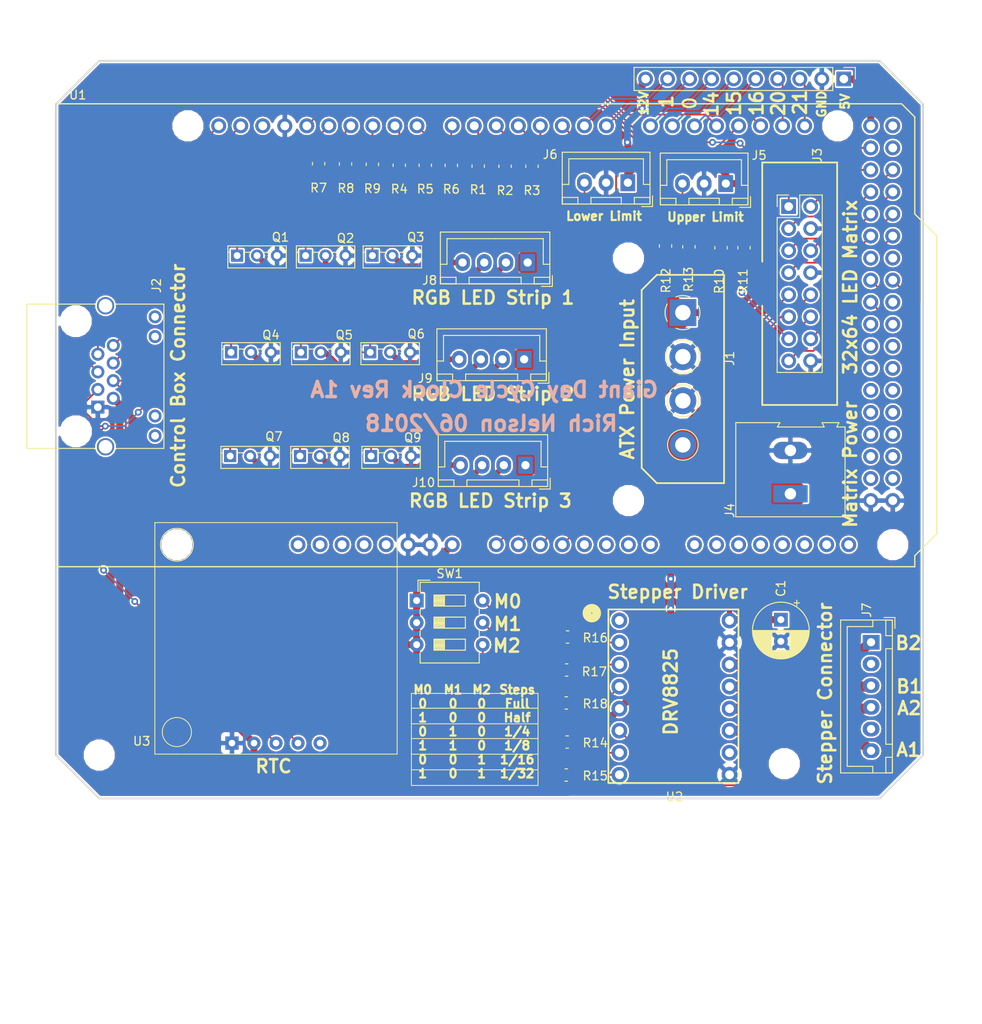
<source format=kicad_pcb>
(kicad_pcb (version 20171130) (host pcbnew "(5.0.0-rc2-dev-352-g017154715)")
  (layers (0 F.Cu signal) (31 B.Cu signal) (34 B.Paste user) (35 F.Paste user) (36 B.SilkS user) (37 F.SilkS user) (38 B.Mask user) (39 F.Mask user) (44 Edge.Cuts user))
  (net 0 "")
  (net 1 +5V)
  (net 2 GND)
  (net 3 /SCL)
  (net 4 /SDA)
  (net 5 +12V)
  (net 6 "Net-(J7-Pad3)")
  (net 7 "Net-(J7-Pad4)")
  (net 8 "Net-(J8-Pad2)")
  (net 9 "Net-(J8-Pad3)")
  (net 10 "Net-(J8-Pad4)")
  (net 11 "Net-(J9-Pad4)")
  (net 12 "Net-(J9-Pad3)")
  (net 13 "Net-(J9-Pad2)")
  (net 14 /D25)
  (net 15 /D28)
  (net 16 /A1)
  (net 17 /A3)
  (net 18 /D30)
  (net 19 /D2)
  (net 20 /D3)
  (net 21 /D4)
  (net 22 /D5)
  (net 23 /D6)
  (net 24 /D7)
  (net 25 /D8)
  (net 26 /D9)
  (net 27 /D10)
  (net 28 /A0)
  (net 29 /D13)
  (net 30 /A2)
  (net 31 /D24)
  (net 32 /D26)
  (net 33 /D27)
  (net 34 /D29)
  (net 35 /D31)
  (net 36 /D19)
  (net 37 /D18)
  (net 38 /D17)
  (net 39 /D22)
  (net 40 "Net-(J5-Pad3)")
  (net 41 "Net-(J6-Pad3)")
  (net 42 "Net-(J7-Pad1)")
  (net 43 "Net-(J7-Pad6)")
  (net 44 "Net-(J10-Pad2)")
  (net 45 "Net-(J10-Pad3)")
  (net 46 "Net-(J10-Pad4)")
  (net 47 /D12)
  (net 48 "Net-(R14-Pad2)")
  (net 49 /D34)
  (net 50 /D35)
  (net 51 "Net-(R15-Pad2)")
  (net 52 /M0)
  (net 53 /M1)
  (net 54 /M2)
  (net 55 /D11)
  (net 56 /D36)
  (net 57 /D21)
  (net 58 /D20)
  (net 59 /D16)
  (net 60 /D15)
  (net 61 /D14)
  (net 62 /D0)
  (net 63 /D1)
  (net 64 /5V3)
  (module rich-footprints:Arduino_Mega2560_Shield_No_Serial_Header (layer F.Cu) (at 14.984 73.3)
    (fp_text reference U1 (at 2.54 -54.356) (layer F.SilkS))
    (fp_text value Arduino_Mega2560_Shield)
    (pad GND6 thru_hole oval (at 96.52 -7.62) (size 1.7272 1.7272) (drill 1.016) (layers *.Cu *.Mask) (net 2 GND))
    (pad GND5 thru_hole oval (at 93.98 -7.62) (size 1.7272 1.7272) (drill 1.016) (layers *.Cu *.Mask) (net 2 GND))
    (pad D53 thru_hole oval (at 96.52 -10.16) (size 1.7272 1.7272) (drill 1.016) (layers *.Cu *.Mask))
    (pad D52 thru_hole oval (at 93.98 -10.16) (size 1.7272 1.7272) (drill 1.016) (layers *.Cu *.Mask))
    (pad D51 thru_hole oval (at 96.52 -12.7) (size 1.7272 1.7272) (drill 1.016) (layers *.Cu *.Mask))
    (pad D50 thru_hole oval (at 93.98 -12.7) (size 1.7272 1.7272) (drill 1.016) (layers *.Cu *.Mask))
    (pad D49 thru_hole oval (at 96.52 -15.24) (size 1.7272 1.7272) (drill 1.016) (layers *.Cu *.Mask))
    (pad D48 thru_hole oval (at 93.98 -15.24) (size 1.7272 1.7272) (drill 1.016) (layers *.Cu *.Mask))
    (pad D47 thru_hole oval (at 96.52 -17.78) (size 1.7272 1.7272) (drill 1.016) (layers *.Cu *.Mask))
    (pad D46 thru_hole oval (at 93.98 -17.78) (size 1.7272 1.7272) (drill 1.016) (layers *.Cu *.Mask))
    (pad D45 thru_hole oval (at 96.52 -20.32) (size 1.7272 1.7272) (drill 1.016) (layers *.Cu *.Mask))
    (pad D44 thru_hole oval (at 93.98 -20.32) (size 1.7272 1.7272) (drill 1.016) (layers *.Cu *.Mask))
    (pad D43 thru_hole oval (at 96.52 -22.86) (size 1.7272 1.7272) (drill 1.016) (layers *.Cu *.Mask))
    (pad D42 thru_hole oval (at 93.98 -22.86) (size 1.7272 1.7272) (drill 1.016) (layers *.Cu *.Mask))
    (pad D41 thru_hole oval (at 96.52 -25.4) (size 1.7272 1.7272) (drill 1.016) (layers *.Cu *.Mask))
    (pad D40 thru_hole oval (at 93.98 -25.4) (size 1.7272 1.7272) (drill 1.016) (layers *.Cu *.Mask))
    (pad D39 thru_hole oval (at 96.52 -27.94) (size 1.7272 1.7272) (drill 1.016) (layers *.Cu *.Mask))
    (pad D38 thru_hole oval (at 93.98 -27.94) (size 1.7272 1.7272) (drill 1.016) (layers *.Cu *.Mask))
    (pad D37 thru_hole oval (at 96.52 -30.48) (size 1.7272 1.7272) (drill 1.016) (layers *.Cu *.Mask))
    (pad D36 thru_hole oval (at 93.98 -30.48) (size 1.7272 1.7272) (drill 1.016) (layers *.Cu *.Mask) (net 56 /D36))
    (pad D35 thru_hole oval (at 96.52 -33.02) (size 1.7272 1.7272) (drill 1.016) (layers *.Cu *.Mask) (net 50 /D35))
    (pad D34 thru_hole oval (at 93.98 -33.02) (size 1.7272 1.7272) (drill 1.016) (layers *.Cu *.Mask) (net 49 /D34))
    (pad D33 thru_hole oval (at 96.52 -35.56) (size 1.7272 1.7272) (drill 1.016) (layers *.Cu *.Mask))
    (pad D32 thru_hole oval (at 93.98 -35.56) (size 1.7272 1.7272) (drill 1.016) (layers *.Cu *.Mask))
    (pad D31 thru_hole oval (at 96.52 -38.1) (size 1.7272 1.7272) (drill 1.016) (layers *.Cu *.Mask) (net 35 /D31))
    (pad D30 thru_hole oval (at 93.98 -38.1) (size 1.7272 1.7272) (drill 1.016) (layers *.Cu *.Mask) (net 18 /D30))
    (pad D29 thru_hole oval (at 96.52 -40.64) (size 1.7272 1.7272) (drill 1.016) (layers *.Cu *.Mask) (net 34 /D29))
    (pad D28 thru_hole oval (at 93.98 -40.64) (size 1.7272 1.7272) (drill 1.016) (layers *.Cu *.Mask) (net 15 /D28))
    (pad D27 thru_hole oval (at 96.52 -43.18) (size 1.7272 1.7272) (drill 1.016) (layers *.Cu *.Mask) (net 33 /D27))
    (pad D26 thru_hole oval (at 93.98 -43.18) (size 1.7272 1.7272) (drill 1.016) (layers *.Cu *.Mask) (net 32 /D26))
    (pad D25 thru_hole oval (at 96.52 -45.72) (size 1.7272 1.7272) (drill 1.016) (layers *.Cu *.Mask) (net 14 /D25))
    (pad D24 thru_hole oval (at 93.98 -45.72) (size 1.7272 1.7272) (drill 1.016) (layers *.Cu *.Mask) (net 31 /D24))
    (pad D23 thru_hole oval (at 96.52 -48.26) (size 1.7272 1.7272) (drill 1.016) (layers *.Cu *.Mask))
    (pad D22 thru_hole oval (at 93.98 -48.26) (size 1.7272 1.7272) (drill 1.016) (layers *.Cu *.Mask) (net 39 /D22))
    (pad 5V4 thru_hole oval (at 96.52 -50.8) (size 1.7272 1.7272) (drill 1.016) (layers *.Cu *.Mask))
    (pad 5V3 thru_hole oval (at 93.98 -50.8) (size 1.7272 1.7272) (drill 1.016) (layers *.Cu *.Mask) (net 64 /5V3))
    (pad A15 thru_hole oval (at 91.44 -2.54) (size 1.7272 1.7272) (drill 1.016) (layers *.Cu *.Mask))
    (pad A14 thru_hole oval (at 88.9 -2.54) (size 1.7272 1.7272) (drill 1.016) (layers *.Cu *.Mask))
    (pad A13 thru_hole oval (at 86.36 -2.54) (size 1.7272 1.7272) (drill 1.016) (layers *.Cu *.Mask))
    (pad A12 thru_hole oval (at 83.82 -2.54) (size 1.7272 1.7272) (drill 1.016) (layers *.Cu *.Mask))
    (pad A11 thru_hole oval (at 81.28 -2.54) (size 1.7272 1.7272) (drill 1.016) (layers *.Cu *.Mask))
    (pad A10 thru_hole oval (at 78.74 -2.54) (size 1.7272 1.7272) (drill 1.016) (layers *.Cu *.Mask))
    (pad A9 thru_hole oval (at 76.2 -2.54) (size 1.7272 1.7272) (drill 1.016) (layers *.Cu *.Mask))
    (pad A8 thru_hole oval (at 73.66 -2.54) (size 1.7272 1.7272) (drill 1.016) (layers *.Cu *.Mask))
    (pad A7 thru_hole oval (at 68.58 -2.54) (size 1.7272 1.7272) (drill 1.016) (layers *.Cu *.Mask))
    (pad A6 thru_hole oval (at 66.04 -2.54) (size 1.7272 1.7272) (drill 1.016) (layers *.Cu *.Mask))
    (pad A5 thru_hole oval (at 63.5 -2.54) (size 1.7272 1.7272) (drill 1.016) (layers *.Cu *.Mask))
    (pad A4 thru_hole oval (at 60.96 -2.54) (size 1.7272 1.7272) (drill 1.016) (layers *.Cu *.Mask))
    (pad A3 thru_hole oval (at 58.42 -2.54) (size 1.7272 1.7272) (drill 1.016) (layers *.Cu *.Mask) (net 17 /A3))
    (pad A2 thru_hole oval (at 55.88 -2.54) (size 1.7272 1.7272) (drill 1.016) (layers *.Cu *.Mask) (net 30 /A2))
    (pad A1 thru_hole oval (at 53.34 -2.54) (size 1.7272 1.7272) (drill 1.016) (layers *.Cu *.Mask) (net 16 /A1))
    (pad "" thru_hole oval (at 27.94 -2.54) (size 1.7272 1.7272) (drill 1.016) (layers *.Cu *.Mask))
    (pad D11 thru_hole oval (at 34.036 -50.8) (size 1.7272 1.7272) (drill 1.016) (layers *.Cu *.Mask) (net 55 /D11))
    (pad D12 thru_hole oval (at 31.496 -50.8) (size 1.7272 1.7272) (drill 1.016) (layers *.Cu *.Mask) (net 47 /D12))
    (pad D13 thru_hole oval (at 28.956 -50.8) (size 1.7272 1.7272) (drill 1.016) (layers *.Cu *.Mask) (net 29 /D13))
    (pad AREF thru_hole oval (at 23.876 -50.8) (size 1.7272 1.7272) (drill 1.016) (layers *.Cu *.Mask))
    (pad SDA thru_hole oval (at 21.336 -50.8) (size 1.7272 1.7272) (drill 1.016) (layers *.Cu *.Mask) (net 4 /SDA))
    (pad SCL thru_hole oval (at 18.796 -50.8) (size 1.7272 1.7272) (drill 1.016) (layers *.Cu *.Mask) (net 3 /SCL))
    (pad "" np_thru_hole circle (at 13.97 -2.54) (size 3.2 3.2) (drill 3.2) (layers *.Cu *.Mask))
    (pad "" np_thru_hole circle (at 96.52 -2.54) (size 3.2 3.2) (drill 3.2) (layers *.Cu *.Mask))
    (pad "" np_thru_hole circle (at 15.24 -50.8) (size 3.2 3.2) (drill 3.2) (layers *.Cu *.Mask))
    (pad "" np_thru_hole circle (at 90.17 -50.8) (size 3.2 3.2) (drill 3.2) (layers *.Cu *.Mask))
    (pad "" np_thru_hole circle (at 66.04 -35.56) (size 3.2 3.2) (drill 3.2) (layers *.Cu *.Mask))
    (pad "" np_thru_hole circle (at 66.04 -7.62) (size 3.2 3.2) (drill 3.2) (layers *.Cu *.Mask))
    (pad D10 thru_hole oval (at 36.576 -50.8) (size 1.7272 1.7272) (drill 1.016) (layers *.Cu *.Mask) (net 27 /D10))
    (pad D9 thru_hole oval (at 39.116 -50.8) (size 1.7272 1.7272) (drill 1.016) (layers *.Cu *.Mask) (net 26 /D9))
    (pad D8 thru_hole oval (at 41.656 -50.8) (size 1.7272 1.7272) (drill 1.016) (layers *.Cu *.Mask) (net 25 /D8))
    (pad GND1 thru_hole oval (at 26.416 -50.8) (size 1.7272 1.7272) (drill 1.016) (layers *.Cu *.Mask) (net 2 GND))
    (pad D7 thru_hole oval (at 45.72 -50.8) (size 1.7272 1.7272) (drill 1.016) (layers *.Cu *.Mask) (net 24 /D7))
    (pad D6 thru_hole oval (at 48.26 -50.8) (size 1.7272 1.7272) (drill 1.016) (layers *.Cu *.Mask) (net 23 /D6))
    (pad D5 thru_hole oval (at 50.8 -50.8) (size 1.7272 1.7272) (drill 1.016) (layers *.Cu *.Mask) (net 22 /D5))
    (pad D4 thru_hole oval (at 53.34 -50.8) (size 1.7272 1.7272) (drill 1.016) (layers *.Cu *.Mask) (net 21 /D4))
    (pad D3 thru_hole oval (at 55.88 -50.8) (size 1.7272 1.7272) (drill 1.016) (layers *.Cu *.Mask) (net 20 /D3))
    (pad D2 thru_hole oval (at 58.42 -50.8) (size 1.7272 1.7272) (drill 1.016) (layers *.Cu *.Mask) (net 19 /D2))
    (pad D1 thru_hole oval (at 60.96 -50.8) (size 1.7272 1.7272) (drill 1.016) (layers *.Cu *.Mask) (net 63 /D1))
    (pad D0 thru_hole oval (at 63.5 -50.8) (size 1.7272 1.7272) (drill 1.016) (layers *.Cu *.Mask) (net 62 /D0))
    (pad D14 thru_hole oval (at 68.58 -50.8) (size 1.7272 1.7272) (drill 1.016) (layers *.Cu *.Mask) (net 61 /D14))
    (pad D15 thru_hole oval (at 71.12 -50.8) (size 1.7272 1.7272) (drill 1.016) (layers *.Cu *.Mask) (net 60 /D15))
    (pad D16 thru_hole oval (at 73.66 -50.8) (size 1.7272 1.7272) (drill 1.016) (layers *.Cu *.Mask) (net 59 /D16))
    (pad D17 thru_hole oval (at 76.2 -50.8) (size 1.7272 1.7272) (drill 1.016) (layers *.Cu *.Mask) (net 38 /D17))
    (pad D18 thru_hole oval (at 78.74 -50.8) (size 1.7272 1.7272) (drill 1.016) (layers *.Cu *.Mask) (net 37 /D18))
    (pad D19 thru_hole oval (at 81.28 -50.8) (size 1.7272 1.7272) (drill 1.016) (layers *.Cu *.Mask) (net 36 /D19))
    (pad D20 thru_hole oval (at 83.82 -50.8) (size 1.7272 1.7272) (drill 1.016) (layers *.Cu *.Mask) (net 58 /D20))
    (pad D21 thru_hole oval (at 86.36 -50.8) (size 1.7272 1.7272) (drill 1.016) (layers *.Cu *.Mask) (net 57 /D21))
    (pad IORF thru_hole oval (at 30.48 -2.54) (size 1.7272 1.7272) (drill 1.016) (layers *.Cu *.Mask))
    (pad RST1 thru_hole oval (at 33.02 -2.54) (size 1.7272 1.7272) (drill 1.016) (layers *.Cu *.Mask))
    (pad 3V3 thru_hole oval (at 35.56 -2.54) (size 1.7272 1.7272) (drill 1.016) (layers *.Cu *.Mask))
    (pad 5V1 thru_hole oval (at 38.1 -2.54) (size 1.7272 1.7272) (drill 1.016) (layers *.Cu *.Mask))
    (pad GND2 thru_hole oval (at 40.64 -2.54) (size 1.7272 1.7272) (drill 1.016) (layers *.Cu *.Mask) (net 2 GND))
    (pad GND3 thru_hole oval (at 43.18 -2.54) (size 1.7272 1.7272) (drill 1.016) (layers *.Cu *.Mask) (net 2 GND))
    (pad VIN thru_hole oval (at 45.72 -2.54) (size 1.7272 1.7272) (drill 1.016) (layers *.Cu *.Mask) (net 1 +5V))
    (pad A0 thru_hole oval (at 50.8 -2.54) (size 1.7272 1.7272) (drill 1.016) (layers *.Cu *.Mask) (net 28 /A0))
  )
  (module Connector_RJ:RJ45_Amphenol_RJHSE538X (layer F.Cu) (at 19.84 54.91 90)
    (fp_text reference J2 (at 14.01 6.76 90) (layer F.SilkS))
    (fp_text value RJ45)
    (pad "" thru_hole circle (at 11.68 0.89 90) (size 2 2) (drill 1.57) (layers *.Cu *.Mask))
    (pad 9 thru_hole circle (at -3.3 6.6 90) (size 1.5 1.5) (drill 0.89) (layers *.Cu *.Mask))
    (pad 10 thru_hole circle (at -1.02 6.6 90) (size 1.5 1.5) (drill 0.89) (layers *.Cu *.Mask))
    (pad 11 thru_hole circle (at 8.13 6.6 90) (size 1.5 1.5) (drill 0.89) (layers *.Cu *.Mask))
    (pad 12 thru_hole circle (at 10.41 6.6 90) (size 1.5 1.5) (drill 0.89) (layers *.Cu *.Mask))
    (pad 8 thru_hole circle (at 7.11 1.78 90) (size 1.5 1.5) (drill 0.89) (layers *.Cu *.Mask) (net 39 /D22))
    (pad 6 thru_hole circle (at 5.08 1.78 90) (size 1.5 1.5) (drill 0.89) (layers *.Cu *.Mask) (net 37 /D18))
    (pad 4 thru_hole circle (at 3.05 1.78 90) (size 1.5 1.5) (drill 0.89) (layers *.Cu *.Mask) (net 3 /SCL))
    (pad 2 thru_hole circle (at 1.02 1.78 90) (size 1.5 1.5) (drill 0.89) (layers *.Cu *.Mask) (net 1 +5V))
    (pad 5 thru_hole circle (at 4.06 0 90) (size 1.5 1.5) (drill 0.89) (layers *.Cu *.Mask) (net 38 /D17))
    (pad 3 thru_hole circle (at 2.03 0 90) (size 1.5 1.5) (drill 0.89) (layers *.Cu *.Mask) (net 4 /SDA))
    (pad 7 thru_hole circle (at 6.1 0 90) (size 1.5 1.5) (drill 0.89) (layers *.Cu *.Mask) (net 36 /D19))
    (pad 1 thru_hole rect (at 0 0 90) (size 1.5 1.5) (drill 0.89) (layers *.Cu *.Mask) (net 2 GND))
    (pad "" np_thru_hole circle (at -2.79 -2.54 90) (size 3.3 3.3) (drill 3.3) (layers *.Cu *.Mask))
    (pad "" np_thru_hole circle (at 9.91 -2.54 90) (size 3.3 3.3) (drill 3.3) (layers *.Cu *.Mask))
    (pad "" thru_hole circle (at -4.57 0.89 90) (size 2 2) (drill 1.57) (layers *.Cu *.Mask))
  )
  (module Resistor_SMD:R_0805_2012Metric_Pad1.15x1.50mm_HandSolder (layer F.Cu) (at 45.3 26.8575 90)
    (fp_text reference R7 (at -2.8 0 180) (layer F.SilkS))
    (fp_text value 10k)
    (pad 2 smd rect (at 1.0425 0 90) (size 1.145 1.5) (layers F.Cu F.Paste F.Mask) (net 47 /D12))
    (pad 1 smd rect (at -1.0425 0 90) (size 1.145 1.5) (layers F.Cu F.Paste F.Mask) (net 2 GND))
  )
  (module Resistor_SMD:R_0805_2012Metric_Pad1.15x1.50mm_HandSolder (layer F.Cu) (at 48.4 26.9 90)
    (fp_text reference R8 (at -2.7925 0.05 180) (layer F.SilkS))
    (fp_text value 10k)
    (pad 2 smd rect (at 1.0425 0 90) (size 1.145 1.5) (layers F.Cu F.Paste F.Mask) (net 55 /D11))
    (pad 1 smd rect (at -1.0425 0 90) (size 1.145 1.5) (layers F.Cu F.Paste F.Mask) (net 2 GND))
  )
  (module Resistor_SMD:R_0805_2012Metric_Pad1.15x1.50mm_HandSolder (layer F.Cu) (at 57.6 27.0425 90)
    (fp_text reference R5 (at -2.7425 0 180) (layer F.SilkS))
    (fp_text value 10k)
    (pad 2 smd rect (at 1.0425 0 90) (size 1.145 1.5) (layers F.Cu F.Paste F.Mask) (net 25 /D8))
    (pad 1 smd rect (at -1.0425 0 90) (size 1.145 1.5) (layers F.Cu F.Paste F.Mask) (net 2 GND))
  )
  (module Resistor_SMD:R_0805_2012Metric_Pad1.15x1.50mm_HandSolder (layer F.Cu) (at 60.6 27.0575 90)
    (fp_text reference R6 (at -2.7425 0 180) (layer F.SilkS))
    (fp_text value 10k)
    (pad 1 smd rect (at -1.0425 0 90) (size 1.145 1.5) (layers F.Cu F.Paste F.Mask) (net 2 GND))
    (pad 2 smd rect (at 1.0425 0 90) (size 1.145 1.5) (layers F.Cu F.Paste F.Mask) (net 24 /D7))
  )
  (module Connector_JST:JST_XH_B03B-XH-A_1x03_P2.50mm_Vertical (layer F.Cu) (at 92.25 29.15 180)
    (fp_text reference J5 (at -3.85 3.25 180) (layer F.SilkS))
    (fp_text value "Lower Limit Switch")
    (pad 1 thru_hole rect (at 0 0 180) (size 1.7 1.95) (drill 0.95) (layers *.Cu *.Mask) (net 5 +12V))
    (pad 2 thru_hole oval (at 2.5 0 180) (size 1.7 1.95) (drill 0.95) (layers *.Cu *.Mask) (net 2 GND))
    (pad 3 thru_hole oval (at 5 0 180) (size 1.7 1.95) (drill 0.95) (layers *.Cu *.Mask) (net 40 "Net-(J5-Pad3)"))
  )
  (module Capacitor_THT:CP_Radial_D6.3mm_P2.50mm (layer F.Cu) (at 98.6 79.4 270)
    (fp_text reference C1 (at -3.6 0 270) (layer F.SilkS))
    (fp_text value 100uF)
    (pad 2 thru_hole circle (at 2.5 0 270) (size 1.6 1.6) (drill 0.8) (layers *.Cu *.Mask) (net 2 GND))
    (pad 1 thru_hole rect (at 0 0 270) (size 1.6 1.6) (drill 0.8) (layers *.Cu *.Mask) (net 5 +12V))
  )
  (module rich-footprints:Molex_15-24-4449_ATX_Power_Supply_Connector (layer F.Cu) (at 87.3 51.67 270)
    (fp_text reference J1 (at -2.37 -5.4 270) (layer F.SilkS))
    (fp_text value "molex 15-24-4441")
    (pad 1 thru_hole rect (at -7.65 0 270) (size 3.1 3.1) (drill 1.78) (layers *.Cu *.Mask) (net 5 +12V))
    (pad 2 thru_hole circle (at -2.57 0 270) (size 3.1 3.1) (drill 1.78) (layers *.Cu *.Mask) (net 2 GND))
    (pad 3 thru_hole circle (at 2.51 0 270) (size 3.1 3.1) (drill 1.78) (layers *.Cu *.Mask) (net 2 GND))
    (pad 4 thru_hole circle (at 7.59 0 270) (size 3.1 3.1) (drill 1.78) (layers *.Cu *.Mask) (net 1 +5V))
  )
  (module rich-footprints:3M_Header_2x8_Keyed (layer F.Cu) (at 99.5 31.8)
    (fp_text reference J3 (at 3.3 -5.9 90) (layer F.SilkS))
    (fp_text value Conn_02x08_Odd_Even)
    (pad 16 thru_hole oval (at 2.54 17.78) (size 1.7 1.7) (drill 1) (layers *.Cu *.Mask) (net 2 GND))
    (pad 15 thru_hole oval (at 0 17.78) (size 1.7 1.7) (drill 1) (layers *.Cu *.Mask) (net 35 /D31))
    (pad 14 thru_hole oval (at 2.54 15.24) (size 1.7 1.7) (drill 1) (layers *.Cu *.Mask) (net 18 /D30))
    (pad 13 thru_hole oval (at 0 15.24) (size 1.7 1.7) (drill 1) (layers *.Cu *.Mask) (net 29 /D13))
    (pad 12 thru_hole oval (at 2.54 12.7) (size 1.7 1.7) (drill 1) (layers *.Cu *.Mask) (net 17 /A3))
    (pad 11 thru_hole oval (at 0 12.7) (size 1.7 1.7) (drill 1) (layers *.Cu *.Mask) (net 30 /A2))
    (pad 10 thru_hole oval (at 2.54 10.16) (size 1.7 1.7) (drill 1) (layers *.Cu *.Mask) (net 16 /A1))
    (pad 9 thru_hole oval (at 0 10.16) (size 1.7 1.7) (drill 1) (layers *.Cu *.Mask) (net 28 /A0))
    (pad 8 thru_hole oval (at 2.54 7.62) (size 1.7 1.7) (drill 1) (layers *.Cu *.Mask) (net 2 GND))
    (pad 7 thru_hole oval (at 0 7.62) (size 1.7 1.7) (drill 1) (layers *.Cu *.Mask) (net 34 /D29))
    (pad 6 thru_hole oval (at 2.54 5.08) (size 1.7 1.7) (drill 1) (layers *.Cu *.Mask) (net 15 /D28))
    (pad 5 thru_hole oval (at 0 5.08) (size 1.7 1.7) (drill 1) (layers *.Cu *.Mask) (net 33 /D27))
    (pad 4 thru_hole oval (at 2.54 2.54) (size 1.7 1.7) (drill 1) (layers *.Cu *.Mask) (net 2 GND))
    (pad 3 thru_hole oval (at 0 2.54) (size 1.7 1.7) (drill 1) (layers *.Cu *.Mask) (net 32 /D26))
    (pad 2 thru_hole oval (at 2.54 0) (size 1.7 1.7) (drill 1) (layers *.Cu *.Mask) (net 14 /D25))
    (pad 1 thru_hole rect (at 0 0) (size 1.7 1.7) (drill 1) (layers *.Cu *.Mask) (net 31 /D24))
  )
  (module TerminalBlock:TerminalBlock_Altech_AK300-2_P5.00mm (layer F.Cu) (at 99.7 64.9 90)
    (fp_text reference J4 (at -1.92 -6.99 90) (layer F.SilkS))
    (fp_text value "LED Matrix Power")
    (pad 2 thru_hole oval (at 5 0 90) (size 1.98 3.96) (drill 1.32) (layers *.Cu *.Mask) (net 2 GND))
    (pad 1 thru_hole rect (at 0 0 90) (size 1.98 3.96) (drill 1.32) (layers *.Cu *.Mask) (net 1 +5V))
  )
  (module Connector_JST:JST_XH_B03B-XH-A_1x03_P2.50mm_Vertical (layer F.Cu) (at 80.95 29.05 180)
    (fp_text reference J6 (at 8.95 3.25 180) (layer F.SilkS))
    (fp_text value "Upper Limit Switch")
    (pad 3 thru_hole oval (at 5 0 180) (size 1.7 1.95) (drill 0.95) (layers *.Cu *.Mask) (net 41 "Net-(J6-Pad3)"))
    (pad 2 thru_hole oval (at 2.5 0 180) (size 1.7 1.95) (drill 0.95) (layers *.Cu *.Mask) (net 2 GND))
    (pad 1 thru_hole rect (at 0 0 180) (size 1.7 1.95) (drill 0.95) (layers *.Cu *.Mask) (net 5 +12V))
  )
  (module Connector_JST:JST_XH_B06B-XH-A_1x06_P2.50mm_Vertical (layer F.Cu) (at 109 82 270)
    (fp_text reference J7 (at -3.7 0.5 270) (layer F.SilkS))
    (fp_text value "Stepper Motor")
    (pad 6 thru_hole oval (at 12.5 0 270) (size 1.7 1.95) (drill 0.95) (layers *.Cu *.Mask) (net 43 "Net-(J7-Pad6)"))
    (pad 5 thru_hole oval (at 10 0 270) (size 1.7 1.95) (drill 0.95) (layers *.Cu *.Mask))
    (pad 4 thru_hole oval (at 7.5 0 270) (size 1.7 1.95) (drill 0.95) (layers *.Cu *.Mask) (net 7 "Net-(J7-Pad4)"))
    (pad 3 thru_hole oval (at 5 0 270) (size 1.7 1.95) (drill 0.95) (layers *.Cu *.Mask) (net 6 "Net-(J7-Pad3)"))
    (pad 2 thru_hole oval (at 2.5 0 270) (size 1.7 1.95) (drill 0.95) (layers *.Cu *.Mask))
    (pad 1 thru_hole rect (at 0 0 270) (size 1.7 1.95) (drill 0.95) (layers *.Cu *.Mask) (net 42 "Net-(J7-Pad1)"))
  )
  (module Connector_JST:JST_XH_B04B-XH-A_1x04_P2.50mm_Vertical (layer F.Cu) (at 69.4 38.25 180)
    (fp_text reference J8 (at 11.3 -2.05 180) (layer F.SilkS))
    (fp_text value RGB_LED_Strip_Connector)
    (pad 4 thru_hole oval (at 7.5 0 180) (size 1.7 1.95) (drill 0.95) (layers *.Cu *.Mask) (net 10 "Net-(J8-Pad4)"))
    (pad 3 thru_hole oval (at 5 0 180) (size 1.7 1.95) (drill 0.95) (layers *.Cu *.Mask) (net 9 "Net-(J8-Pad3)"))
    (pad 2 thru_hole oval (at 2.5 0 180) (size 1.7 1.95) (drill 0.95) (layers *.Cu *.Mask) (net 8 "Net-(J8-Pad2)"))
    (pad 1 thru_hole rect (at 0 0 180) (size 1.7 1.95) (drill 0.95) (layers *.Cu *.Mask) (net 5 +12V))
  )
  (module Connector_JST:JST_XH_B04B-XH-A_1x04_P2.50mm_Vertical (layer F.Cu) (at 69 49.4 180)
    (fp_text reference J9 (at 11.4 -2.2 180) (layer F.SilkS))
    (fp_text value RGB_LED_Strip_Connector)
    (pad 1 thru_hole rect (at 0 0 180) (size 1.7 1.95) (drill 0.95) (layers *.Cu *.Mask) (net 5 +12V))
    (pad 2 thru_hole oval (at 2.5 0 180) (size 1.7 1.95) (drill 0.95) (layers *.Cu *.Mask) (net 13 "Net-(J9-Pad2)"))
    (pad 3 thru_hole oval (at 5 0 180) (size 1.7 1.95) (drill 0.95) (layers *.Cu *.Mask) (net 12 "Net-(J9-Pad3)"))
    (pad 4 thru_hole oval (at 7.5 0 180) (size 1.7 1.95) (drill 0.95) (layers *.Cu *.Mask) (net 11 "Net-(J9-Pad4)"))
  )
  (module Connector_JST:JST_XH_B04B-XH-A_1x04_P2.50mm_Vertical (layer F.Cu) (at 69.15 61.6 180)
    (fp_text reference J10 (at 11.75 -2 180) (layer F.SilkS))
    (fp_text value RGB_LED_Strip_Connector)
    (pad 4 thru_hole oval (at 7.5 0 180) (size 1.7 1.95) (drill 0.95) (layers *.Cu *.Mask) (net 46 "Net-(J10-Pad4)"))
    (pad 3 thru_hole oval (at 5 0 180) (size 1.7 1.95) (drill 0.95) (layers *.Cu *.Mask) (net 45 "Net-(J10-Pad3)"))
    (pad 2 thru_hole oval (at 2.5 0 180) (size 1.7 1.95) (drill 0.95) (layers *.Cu *.Mask) (net 44 "Net-(J10-Pad2)"))
    (pad 1 thru_hole rect (at 0 0 180) (size 1.7 1.95) (drill 0.95) (layers *.Cu *.Mask) (net 5 +12V))
  )
  (module Package_TO_SOT_THT:TO-251_IPAK_Vertical (layer F.Cu) (at 35.9 37.45)
    (fp_text reference Q1 (at 5 -2.12) (layer F.SilkS))
    (fp_text value N-MOSFET)
    (pad 1 thru_hole rect (at 0 0) (size 1.4 1.4) (drill 0.8) (layers *.Cu *.Mask) (net 23 /D6))
    (pad 2 thru_hole oval (at 2.3 0) (size 1.4 1.4) (drill 0.8) (layers *.Cu *.Mask) (net 8 "Net-(J8-Pad2)"))
    (pad 3 thru_hole oval (at 4.6 0) (size 1.4 1.4) (drill 0.8) (layers *.Cu *.Mask) (net 2 GND))
  )
  (module Package_TO_SOT_THT:TO-251_IPAK_Vertical (layer F.Cu) (at 43.8 37.45)
    (fp_text reference Q2 (at 4.6 -2) (layer F.SilkS))
    (fp_text value N-MOSFET)
    (pad 3 thru_hole oval (at 4.6 0) (size 1.4 1.4) (drill 0.8) (layers *.Cu *.Mask) (net 2 GND))
    (pad 2 thru_hole oval (at 2.3 0) (size 1.4 1.4) (drill 0.8) (layers *.Cu *.Mask) (net 9 "Net-(J8-Pad3)"))
    (pad 1 thru_hole rect (at 0 0) (size 1.4 1.4) (drill 0.8) (layers *.Cu *.Mask) (net 22 /D5))
  )
  (module Package_TO_SOT_THT:TO-251_IPAK_Vertical (layer F.Cu) (at 51.5 37.45)
    (fp_text reference Q3 (at 5 -2.12) (layer F.SilkS))
    (fp_text value N-MOSFET)
    (pad 3 thru_hole oval (at 4.6 0) (size 1.4 1.4) (drill 0.8) (layers *.Cu *.Mask) (net 2 GND))
    (pad 2 thru_hole oval (at 2.3 0) (size 1.4 1.4) (drill 0.8) (layers *.Cu *.Mask) (net 10 "Net-(J8-Pad4)"))
    (pad 1 thru_hole rect (at 0 0) (size 1.4 1.4) (drill 0.8) (layers *.Cu *.Mask) (net 21 /D4))
  )
  (module Package_TO_SOT_THT:TO-251_IPAK_Vertical (layer F.Cu) (at 35.2 48.6)
    (fp_text reference Q4 (at 4.6 -2) (layer F.SilkS))
    (fp_text value N-MOSFET)
    (pad 1 thru_hole rect (at 0 0) (size 1.4 1.4) (drill 0.8) (layers *.Cu *.Mask) (net 26 /D9))
    (pad 2 thru_hole oval (at 2.3 0) (size 1.4 1.4) (drill 0.8) (layers *.Cu *.Mask) (net 13 "Net-(J9-Pad2)"))
    (pad 3 thru_hole oval (at 4.6 0) (size 1.4 1.4) (drill 0.8) (layers *.Cu *.Mask) (net 2 GND))
  )
  (module Package_TO_SOT_THT:TO-251_IPAK_Vertical (layer F.Cu) (at 43.25 48.6)
    (fp_text reference Q5 (at 5 -2) (layer F.SilkS))
    (fp_text value N-MOSFET)
    (pad 3 thru_hole oval (at 4.6 0) (size 1.4 1.4) (drill 0.8) (layers *.Cu *.Mask) (net 2 GND))
    (pad 2 thru_hole oval (at 2.3 0) (size 1.4 1.4) (drill 0.8) (layers *.Cu *.Mask) (net 12 "Net-(J9-Pad3)"))
    (pad 1 thru_hole rect (at 0 0) (size 1.4 1.4) (drill 0.8) (layers *.Cu *.Mask) (net 25 /D8))
  )
  (module Package_TO_SOT_THT:TO-251_IPAK_Vertical (layer F.Cu) (at 51.25 48.6)
    (fp_text reference Q6 (at 5.3 -2.12) (layer F.SilkS))
    (fp_text value N-MOSFET)
    (pad 1 thru_hole rect (at 0 0) (size 1.4 1.4) (drill 0.8) (layers *.Cu *.Mask) (net 24 /D7))
    (pad 2 thru_hole oval (at 2.3 0) (size 1.4 1.4) (drill 0.8) (layers *.Cu *.Mask) (net 11 "Net-(J9-Pad4)"))
    (pad 3 thru_hole oval (at 4.6 0) (size 1.4 1.4) (drill 0.8) (layers *.Cu *.Mask) (net 2 GND))
  )
  (module Package_TO_SOT_THT:TO-251_IPAK_Vertical (layer F.Cu) (at 35.1 60.55)
    (fp_text reference Q7 (at 5.05 -2.25) (layer F.SilkS))
    (fp_text value N-MOSFET)
    (pad 3 thru_hole oval (at 4.6 0) (size 1.4 1.4) (drill 0.8) (layers *.Cu *.Mask) (net 2 GND))
    (pad 2 thru_hole oval (at 2.3 0) (size 1.4 1.4) (drill 0.8) (layers *.Cu *.Mask) (net 44 "Net-(J10-Pad2)"))
    (pad 1 thru_hole rect (at 0 0) (size 1.4 1.4) (drill 0.8) (layers *.Cu *.Mask) (net 47 /D12))
  )
  (module Package_TO_SOT_THT:TO-251_IPAK_Vertical (layer F.Cu) (at 43.15 60.55)
    (fp_text reference Q8 (at 4.75 -2.12) (layer F.SilkS))
    (fp_text value N-MOSFET)
    (pad 1 thru_hole rect (at 0 0) (size 1.4 1.4) (drill 0.8) (layers *.Cu *.Mask) (net 55 /D11))
    (pad 2 thru_hole oval (at 2.3 0) (size 1.4 1.4) (drill 0.8) (layers *.Cu *.Mask) (net 45 "Net-(J10-Pad3)"))
    (pad 3 thru_hole oval (at 4.6 0) (size 1.4 1.4) (drill 0.8) (layers *.Cu *.Mask) (net 2 GND))
  )
  (module Package_TO_SOT_THT:TO-251_IPAK_Vertical (layer F.Cu) (at 51.35 60.55)
    (fp_text reference Q9 (at 4.8 -2.12) (layer F.SilkS))
    (fp_text value N-MOSFET)
    (pad 3 thru_hole oval (at 4.6 0) (size 1.4 1.4) (drill 0.8) (layers *.Cu *.Mask) (net 2 GND))
    (pad 2 thru_hole oval (at 2.3 0) (size 1.4 1.4) (drill 0.8) (layers *.Cu *.Mask) (net 46 "Net-(J10-Pad4)"))
    (pad 1 thru_hole rect (at 0 0) (size 1.4 1.4) (drill 0.8) (layers *.Cu *.Mask) (net 27 /D10))
  )
  (module Resistor_SMD:R_0805_2012Metric_Pad1.15x1.50mm_HandSolder (layer F.Cu) (at 63.7 27.1425 90)
    (fp_text reference R1 (at -2.7075 0 180) (layer F.SilkS))
    (fp_text value 10k)
    (pad 2 smd rect (at 1.0425 0 90) (size 1.145 1.5) (layers F.Cu F.Paste F.Mask) (net 23 /D6))
    (pad 1 smd rect (at -1.0425 0 90) (size 1.145 1.5) (layers F.Cu F.Paste F.Mask) (net 2 GND))
  )
  (module Resistor_SMD:R_0805_2012Metric_Pad1.15x1.50mm_HandSolder (layer F.Cu) (at 66.8 27.1575 90)
    (fp_text reference R2 (at -2.7925 0 180) (layer F.SilkS))
    (fp_text value 10k)
    (pad 1 smd rect (at -1.0425 0 90) (size 1.145 1.5) (layers F.Cu F.Paste F.Mask) (net 2 GND))
    (pad 2 smd rect (at 1.0425 0 90) (size 1.145 1.5) (layers F.Cu F.Paste F.Mask) (net 22 /D5))
  )
  (module Resistor_SMD:R_0805_2012Metric_Pad1.15x1.50mm_HandSolder (layer F.Cu) (at 69.9 27.1575 90)
    (fp_text reference R3 (at -2.7925 0 180) (layer F.SilkS))
    (fp_text value 10k)
    (pad 1 smd rect (at -1.0425 0 90) (size 1.145 1.5) (layers F.Cu F.Paste F.Mask) (net 2 GND))
    (pad 2 smd rect (at 1.0425 0 90) (size 1.145 1.5) (layers F.Cu F.Paste F.Mask) (net 21 /D4))
  )
  (module Resistor_SMD:R_0805_2012Metric_Pad1.15x1.50mm_HandSolder (layer F.Cu) (at 54.6 27.0425 90)
    (fp_text reference R4 (at -2.7425 0 180) (layer F.SilkS))
    (fp_text value 10k)
    (pad 2 smd rect (at 1.0425 0 90) (size 1.145 1.5) (layers F.Cu F.Paste F.Mask) (net 26 /D9))
    (pad 1 smd rect (at -1.0425 0 90) (size 1.145 1.5) (layers F.Cu F.Paste F.Mask) (net 2 GND))
  )
  (module Resistor_SMD:R_0805_2012Metric_Pad1.15x1.50mm_HandSolder (layer F.Cu) (at 91.7 36.5425 270)
    (fp_text reference R10 (at 3.856983 0.209742 270) (layer F.SilkS))
    (fp_text value 10k)
    (pad 1 smd rect (at -1.0425 0 270) (size 1.145 1.5) (layers F.Cu F.Paste F.Mask) (net 40 "Net-(J5-Pad3)"))
    (pad 2 smd rect (at 1.0425 0 270) (size 1.145 1.5) (layers F.Cu F.Paste F.Mask) (net 19 /D2))
  )
  (module Resistor_SMD:R_0805_2012Metric_Pad1.15x1.50mm_HandSolder (layer F.Cu) (at 94.35 36.5425 90)
    (fp_text reference R11 (at -3.856983 -0.109742 90) (layer F.SilkS))
    (fp_text value 6.8k)
    (pad 2 smd rect (at 1.0425 0 90) (size 1.145 1.5) (layers F.Cu F.Paste F.Mask) (net 2 GND))
    (pad 1 smd rect (at -1.0425 0 90) (size 1.145 1.5) (layers F.Cu F.Paste F.Mask) (net 19 /D2))
  )
  (module Resistor_SMD:R_0805_2012Metric_Pad1.15x1.50mm_HandSolder (layer F.Cu) (at 85.3 36.3425 270)
    (fp_text reference R12 (at 3.9925 -0.05 270) (layer F.SilkS))
    (fp_text value 10k)
    (pad 1 smd rect (at -1.0425 0 270) (size 1.145 1.5) (layers F.Cu F.Paste F.Mask) (net 41 "Net-(J6-Pad3)"))
    (pad 2 smd rect (at 1.0425 0 270) (size 1.145 1.5) (layers F.Cu F.Paste F.Mask) (net 20 /D3))
  )
  (module Resistor_SMD:R_0805_2012Metric_Pad1.15x1.50mm_HandSolder (layer F.Cu) (at 88 36.4425 90)
    (fp_text reference R13 (at -3.7425 -0.05 270) (layer F.SilkS))
    (fp_text value 6.8k)
    (pad 2 smd rect (at 1.0425 0 90) (size 1.145 1.5) (layers F.Cu F.Paste F.Mask) (net 2 GND))
    (pad 1 smd rect (at -1.0425 0 90) (size 1.145 1.5) (layers F.Cu F.Paste F.Mask) (net 20 /D3))
  )
  (module Resistor_SMD:R_0805_2012Metric_Pad1.15x1.50mm_HandSolder (layer F.Cu) (at 73.9575 93.5)
    (fp_text reference R14 (at 3.2425 0.1) (layer F.SilkS))
    (fp_text value 10k)
    (pad 2 smd rect (at 1.0425 0) (size 1.145 1.5) (layers F.Cu F.Paste F.Mask) (net 48 "Net-(R14-Pad2)"))
    (pad 1 smd rect (at -1.0425 0) (size 1.145 1.5) (layers F.Cu F.Paste F.Mask) (net 49 /D34))
  )
  (module Resistor_SMD:R_0805_2012Metric_Pad1.15x1.50mm_HandSolder (layer F.Cu) (at 73.8575 97.3)
    (fp_text reference R15 (at 3.3425 0.1) (layer F.SilkS))
    (fp_text value 10k)
    (pad 2 smd rect (at 1.0425 0) (size 1.145 1.5) (layers F.Cu F.Paste F.Mask) (net 51 "Net-(R15-Pad2)"))
    (pad 1 smd rect (at -1.0425 0) (size 1.145 1.5) (layers F.Cu F.Paste F.Mask) (net 50 /D35))
  )
  (module Resistor_SMD:R_0805_2012Metric_Pad1.15x1.50mm_HandSolder (layer F.Cu) (at 74 81.4)
    (fp_text reference R16 (at 3.2 0.1 180) (layer F.SilkS))
    (fp_text value 10k)
    (pad 1 smd rect (at -1.0425 0) (size 1.145 1.5) (layers F.Cu F.Paste F.Mask) (net 2 GND))
    (pad 2 smd rect (at 1.0425 0) (size 1.145 1.5) (layers F.Cu F.Paste F.Mask) (net 52 /M0))
  )
  (module Resistor_SMD:R_0805_2012Metric_Pad1.15x1.50mm_HandSolder (layer F.Cu) (at 73.9 85.2)
    (fp_text reference R17 (at 3.2 0.2) (layer F.SilkS))
    (fp_text value 10k)
    (pad 1 smd rect (at -1.0425 0) (size 1.145 1.5) (layers F.Cu F.Paste F.Mask) (net 2 GND))
    (pad 2 smd rect (at 1.0425 0) (size 1.145 1.5) (layers F.Cu F.Paste F.Mask) (net 53 /M1))
  )
  (module Resistor_SMD:R_0805_2012Metric_Pad1.15x1.50mm_HandSolder (layer F.Cu) (at 73.8575 89)
    (fp_text reference R18 (at 3.3425 0.1) (layer F.SilkS))
    (fp_text value 10k)
    (pad 1 smd rect (at -1.0425 0) (size 1.145 1.5) (layers F.Cu F.Paste F.Mask) (net 2 GND))
    (pad 2 smd rect (at 1.0425 0) (size 1.145 1.5) (layers F.Cu F.Paste F.Mask) (net 54 /M2))
  )
  (module Button_Switch_THT:SW_DIP_SPSTx03_Slide_6.7x9.18mm_W7.62mm_P2.54mm_LowProfile (layer F.Cu) (at 56.6 77.2)
    (fp_text reference SW1 (at 3.81 -3.11) (layer F.SilkS))
    (fp_text value SW_DIP_x03)
    (pad 6 thru_hole oval (at 7.62 0) (size 1.6 1.6) (drill 0.8) (layers *.Cu *.Mask) (net 52 /M0))
    (pad 3 thru_hole oval (at 0 5.08) (size 1.6 1.6) (drill 0.8) (layers *.Cu *.Mask) (net 1 +5V))
    (pad 5 thru_hole oval (at 7.62 2.54) (size 1.6 1.6) (drill 0.8) (layers *.Cu *.Mask) (net 53 /M1))
    (pad 2 thru_hole oval (at 0 2.54) (size 1.6 1.6) (drill 0.8) (layers *.Cu *.Mask) (net 1 +5V))
    (pad 4 thru_hole oval (at 7.62 5.08) (size 1.6 1.6) (drill 0.8) (layers *.Cu *.Mask) (net 54 /M2))
    (pad 1 thru_hole rect (at 0 0) (size 1.6 1.6) (drill 0.8) (layers *.Cu *.Mask) (net 1 +5V))
  )
  (module rich-footprints:DRV8825_board (layer F.Cu) (at 87.6 89.65)
    (fp_text reference U2 (at -1.27 10.16) (layer F.SilkS))
    (fp_text value DRV8825_module)
    (pad 16 thru_hole circle (at 5.08 -10.16) (size 1.82 1.82) (drill 1.02) (layers *.Cu *.Mask) (net 5 +12V))
    (pad 15 thru_hole circle (at 5.08 -7.62) (size 1.82 1.82) (drill 1.02) (layers *.Cu *.Mask) (net 2 GND))
    (pad 14 thru_hole circle (at 5.08 -5.08) (size 1.82 1.82) (drill 1.02) (layers *.Cu *.Mask) (net 42 "Net-(J7-Pad1)"))
    (pad 13 thru_hole circle (at 5.08 -2.54) (size 1.82 1.82) (drill 1.02) (layers *.Cu *.Mask) (net 6 "Net-(J7-Pad3)"))
    (pad 12 thru_hole circle (at 5.08 0) (size 1.82 1.82) (drill 1.02) (layers *.Cu *.Mask) (net 7 "Net-(J7-Pad4)"))
    (pad 11 thru_hole circle (at 5.08 2.54) (size 1.82 1.82) (drill 1.02) (layers *.Cu *.Mask) (net 43 "Net-(J7-Pad6)"))
    (pad 10 thru_hole circle (at 5.08 5.08) (size 1.82 1.82) (drill 1.02) (layers *.Cu *.Mask))
    (pad 9 thru_hole circle (at 5.08 7.62) (size 1.82 1.82) (drill 1.02) (layers *.Cu *.Mask) (net 2 GND))
    (pad 8 thru_hole circle (at -7.62 7.62) (size 1.82 1.82) (drill 1.02) (layers *.Cu *.Mask) (net 51 "Net-(R15-Pad2)"))
    (pad 7 thru_hole circle (at -7.62 5.08) (size 1.82 1.82) (drill 1.02) (layers *.Cu *.Mask) (net 48 "Net-(R14-Pad2)"))
    (pad 6 thru_hole circle (at -7.62 2.54) (size 1.82 1.82) (drill 1.02) (layers *.Cu *.Mask) (net 56 /D36))
    (pad 5 thru_hole circle (at -7.62 0) (size 1.82 1.82) (drill 1.02) (layers *.Cu *.Mask) (net 1 +5V))
    (pad 4 thru_hole circle (at -7.62 -2.54) (size 1.82 1.82) (drill 1.02) (layers *.Cu *.Mask) (net 54 /M2))
    (pad 3 thru_hole circle (at -7.62 -5.08) (size 1.82 1.82) (drill 1.02) (layers *.Cu *.Mask) (net 53 /M1))
    (pad 2 thru_hole circle (at -7.62 -7.62) (size 1.82 1.82) (drill 1.02) (layers *.Cu *.Mask) (net 52 /M0))
    (pad 1 thru_hole circle (at -7.62 -10.16) (size 1.82 1.82) (drill 1.02) (layers *.Cu *.Mask))
  )
  (module Resistor_SMD:R_0805_2012Metric_Pad1.15x1.50mm_HandSolder (layer F.Cu) (at 51.5 26.9425 90)
    (fp_text reference R9 (at -2.7925 0 180) (layer F.SilkS))
    (fp_text value 10k)
    (pad 2 smd rect (at 1.0425 0 90) (size 1.145 1.5) (layers F.Cu F.Paste F.Mask) (net 27 /D10))
    (pad 1 smd rect (at -1.0425 0 90) (size 1.145 1.5) (layers F.Cu F.Paste F.Mask) (net 2 GND))
  )
  (module rich-footprints:TinyRTC-coin-side-up (layer F.Cu) (at 55.624 91.08 90)
    (fp_text reference U3 (at -2.32 -30.724) (layer F.SilkS))
    (fp_text value Tiny_RTC_DS1307)
    (pad 5 thru_hole circle (at -2.54 -10.16 90) (size 1.524 1.524) (drill 0.762) (layers *.Cu *.Mask))
    (pad 4 thru_hole circle (at -2.54 -12.7 90) (size 1.524 1.524) (drill 0.762) (layers *.Cu *.Mask) (net 3 /SCL))
    (pad 3 thru_hole circle (at -2.54 -15.24 90) (size 1.524 1.524) (drill 0.762) (layers *.Cu *.Mask) (net 4 /SDA))
    (pad 2 thru_hole circle (at -2.54 -17.78 90) (size 1.524 1.524) (drill 0.762) (layers *.Cu *.Mask) (net 1 +5V))
    (pad 1 thru_hole rect (at -2.54 -20.32 90) (size 1.524 1.524) (drill 0.762) (layers *.Cu *.Mask) (net 2 GND))
  )
  (module Connector_PinHeader_2.54mm:PinHeader_1x10_P2.54mm_Vertical (layer F.Cu) (at 105.86 17.1 270)
    (fp_text reference J11 hide)
    (fp_text value "Breakout Pins")
    (pad 1 thru_hole rect (at 0 0 270) (size 1.7 1.7) (drill 1) (layers *.Cu *.Mask) (net 64 /5V3))
    (pad 2 thru_hole oval (at 0 2.54 270) (size 1.7 1.7) (drill 1) (layers *.Cu *.Mask) (net 2 GND))
    (pad 3 thru_hole oval (at 0 5.08 270) (size 1.7 1.7) (drill 1) (layers *.Cu *.Mask) (net 57 /D21))
    (pad 4 thru_hole oval (at 0 7.62 270) (size 1.7 1.7) (drill 1) (layers *.Cu *.Mask) (net 58 /D20))
    (pad 5 thru_hole oval (at 0 10.16 270) (size 1.7 1.7) (drill 1) (layers *.Cu *.Mask) (net 59 /D16))
    (pad 6 thru_hole oval (at 0 12.7 270) (size 1.7 1.7) (drill 1) (layers *.Cu *.Mask) (net 60 /D15))
    (pad 7 thru_hole oval (at 0 15.24 270) (size 1.7 1.7) (drill 1) (layers *.Cu *.Mask) (net 61 /D14))
    (pad 8 thru_hole oval (at 0 17.78 270) (size 1.7 1.7) (drill 1) (layers *.Cu *.Mask) (net 62 /D0))
    (pad 9 thru_hole oval (at 0 20.32 270) (size 1.7 1.7) (drill 1) (layers *.Cu *.Mask) (net 63 /D1))
    (pad 10 thru_hole oval (at 0 22.86 270) (size 1.7 1.7) (drill 1) (layers *.Cu *.Mask) (net 5 +12V))
  )
  (module MountingHole:MountingHole_3.2mm_M3 (layer F.Cu) (at 20 95)
    (fp_text reference REF** hide)
    (fp_text value MountingHole_3.2mm_M3)
    (pad 1 np_thru_hole circle (at 0 0) (size 3.2 3.2) (drill 3.2) (layers *.Cu *.Mask))
  )
  (module MountingHole:MountingHole_3.2mm_M3 (layer F.Cu) (at 99 96)
    (fp_text reference REF** hide)
    (fp_text value MountingHole_3.2mm_M3)
    (pad 1 np_thru_hole circle (at 0 0) (size 3.2 3.2) (drill 3.2) (layers *.Cu *.Mask))
  )
  (gr_text "Rich Nelson 06/2018" (at 65.2 56.8) (layer B.SilkS) (effects (font (size 1.75 1.75) (thickness 0.4)) (justify mirror)))
  (gr_text "Giant Day Cycle Clock Rev 1A" (at 64.4 52.9) (layer B.SilkS) (effects (font (size 1.75 1.75) (thickness 0.4)) (justify mirror)))
  (gr_text "Upper Limit" (at 89.9 33) (layer F.SilkS) (effects (font (size 1 1) (thickness 0.25))))
  (gr_text "Lower Limit" (at 78.2 32.9) (layer F.SilkS) (effects (font (size 1 1) (thickness 0.25))))
  (gr_text B2 (at 113.3 82.1) (layer F.SilkS) (effects (font (size 1.5 1.5) (thickness 0.3))))
  (gr_text B1 (at 113.4 87.1) (layer F.SilkS) (effects (font (size 1.5 1.5) (thickness 0.3))))
  (gr_text A2 (at 113.4 89.6) (layer F.SilkS) (effects (font (size 1.5 1.5) (thickness 0.3))))
  (gr_text A1 (at 113.3 94.4) (layer F.SilkS) (effects (font (size 1.5 1.5) (thickness 0.3))))
  (gr_text "Stepper Connector" (at 103.7 87.9 90) (layer F.SilkS) (effects (font (size 1.5 1.5) (thickness 0.3))))
  (gr_text DRV8825 (at 85.9 87.7 90) (layer F.SilkS) (effects (font (size 1.5 1.5) (thickness 0.3))))
  (gr_text "Stepper Driver" (at 86.7 76.2) (layer F.SilkS) (effects (font (size 1.5 1.5) (thickness 0.3))))
  (gr_text M2 (at 67 82.4) (layer F.SilkS) (effects (font (size 1.5 1.5) (thickness 0.3))))
  (gr_text M1 (at 67.1 79.9) (layer F.SilkS) (effects (font (size 1.5 1.5) (thickness 0.3))))
  (gr_text M0 (at 67.1 77.3) (layer F.SilkS) (effects (font (size 1.5 1.5) (thickness 0.3))))
  (gr_line (start 70.6 87.9) (end 70.6 98.5) (layer F.SilkS) (width 0.1))
  (gr_line (start 56 87.9) (end 56 98.5) (layer F.SilkS) (width 0.1))
  (gr_line (start 56 98.5) (end 70.6 98.5) (layer F.SilkS) (width 0.1))
  (gr_line (start 70.6 96.7) (end 56 96.7) (layer F.SilkS) (width 0.1))
  (gr_line (start 56 94.9) (end 70.6 94.9) (layer F.SilkS) (width 0.1))
  (gr_line (start 70.6 93.1) (end 56 93.1) (layer F.SilkS) (width 0.1))
  (gr_line (start 56 91.4) (end 70.6 91.4) (layer F.SilkS) (width 0.1))
  (gr_line (start 70.6 89.6) (end 56 89.6) (layer F.SilkS) (width 0.1))
  (gr_line (start 56 87.9) (end 70.6 87.9) (layer F.SilkS) (width 0.1))
  (gr_text "Steps\nFull\nHalf\n1/4\n1/8\n1/16\n1/32" (at 68.2 92.3) (layer F.SilkS) (effects (font (size 1 1) (thickness 0.25))))
  (gr_text "M2\n0\n0\n0\n0\n1\n1" (at 64.1 92.3) (layer F.SilkS) (effects (font (size 1 1) (thickness 0.25))))
  (gr_text "M1\n0\n0\n1\n1\n0\n0" (at 60.8 92.3) (layer F.SilkS) (effects (font (size 1 1) (thickness 0.25))))
  (gr_text "M0\n0\n1\n0\n1\n0\n1" (at 57.3 92.3) (layer F.SilkS) (effects (font (size 1 1) (thickness 0.25))))
  (gr_text RTC (at 40.1 96.3) (layer F.SilkS) (effects (font (size 1.5 1.5) (thickness 0.3))))
  (gr_text "Control Box Connector" (at 29.1 51.3 90) (layer F.SilkS) (effects (font (size 1.5 1.5) (thickness 0.3))))
  (gr_text "RGB LED Strip 3\n" (at 65.1 65.7) (layer F.SilkS) (effects (font (size 1.5 1.5) (thickness 0.3))))
  (gr_text "RGB LED Strip 2" (at 65.4 53.4) (layer F.SilkS) (effects (font (size 1.5 1.5) (thickness 0.3))))
  (gr_text "RGB LED Strip 1" (at 65.4 42.3) (layer F.SilkS) (effects (font (size 1.5 1.5) (thickness 0.3))))
  (gr_text "Matrix Power" (at 106.6 61.5 90) (layer F.SilkS) (effects (font (size 1.5 1.5) (thickness 0.3))))
  (gr_text "ATX Power Input" (at 80.9 51.7 90) (layer F.SilkS) (effects (font (size 1.5 1.5) (thickness 0.3))))
  (gr_text "32x64 LED Matrix" (at 106.6 41.1 90) (layer F.SilkS) (effects (font (size 1.5 1.5) (thickness 0.3))))
  (gr_text 5V (at 106 19.7 90) (layer F.SilkS) (effects (font (size 1 1) (thickness 0.25))))
  (gr_text GND (at 103.3 20 90) (layer F.SilkS) (effects (font (size 1 1) (thickness 0.25))))
  (gr_text 21 (at 100.8 19.8 90) (layer F.SilkS) (effects (font (size 1.5 1.5) (thickness 0.3))))
  (gr_text 20 (at 98.3 19.9 90) (layer F.SilkS) (effects (font (size 1.5 1.5) (thickness 0.3))))
  (gr_text 16 (at 95.8 19.9 90) (layer F.SilkS) (effects (font (size 1.5 1.5) (thickness 0.3))))
  (gr_text 15 (at 93.2 19.9 90) (layer F.SilkS) (effects (font (size 1.5 1.5) (thickness 0.3))))
  (gr_text 14 (at 90.6 20 90) (layer F.SilkS) (effects (font (size 1.5 1.5) (thickness 0.3))))
  (gr_text 1 (at 85.4 19.7 90) (layer F.SilkS) (effects (font (size 1.5 1.5) (thickness 0.3))))
  (gr_text 0 (at 88.1 19.9 90) (layer F.SilkS) (effects (font (size 1.5 1.5) (thickness 0.25))))
  (gr_text 12V (at 82.8 19.9 90) (layer F.SilkS) (effects (font (size 1 1) (thickness 0.25))))
  (gr_line (start 20 15) (end 110 15) (layer Edge.Cuts) (width 0.2))
  (gr_line (start 15 20) (end 20 15) (layer Edge.Cuts) (width 0.2))
  (gr_line (start 15 95) (end 15 20) (layer Edge.Cuts) (width 0.2))
  (gr_line (start 20 100) (end 15 95) (layer Edge.Cuts) (width 0.2))
  (gr_line (start 110 100) (end 20 100) (layer Edge.Cuts) (width 0.2))
  (gr_line (start 115 95) (end 110 100) (layer Edge.Cuts) (width 0.2))
  (gr_line (start 115 20) (end 115 95) (layer Edge.Cuts) (width 0.2))
  (gr_line (start 110 15) (end 115 20) (layer Edge.Cuts) (width 0.2))
  (segment (start 49.9 87.84863) (end 49.9 93.78) (width 0.8) (layer F.Cu) (net 1))
  (segment (start 49.9 93.78) (end 47.78 95.9) (width 0.8) (layer F.Cu) (net 1))
  (segment (start 56.6 82.28) (end 55.46863 82.28) (width 0.8) (layer F.Cu) (net 1))
  (segment (start 55.46863 82.28) (end 49.9 87.84863) (width 0.8) (layer F.Cu) (net 1))
  (segment (start 56.6 77.2) (end 56.6 74.864) (width 0.8) (layer F.Cu) (net 1))
  (segment (start 56.6 74.864) (end 60.704 70.76) (width 0.8) (layer F.Cu) (net 1))
  (segment (start 56.6 79.74) (end 56.6 77.2) (width 0.8) (layer F.Cu) (net 1))
  (segment (start 56.6 82.28) (end 56.6 79.74) (width 0.8) (layer F.Cu) (net 1))
  (segment (start 78.33 91.3) (end 60.52 91.3) (width 0.8) (layer F.Cu) (net 1))
  (segment (start 79.98 89.65) (end 78.33 91.3) (width 0.8) (layer F.Cu) (net 1))
  (segment (start 60.52 91.3) (end 56.6 87.38) (width 0.8) (layer F.Cu) (net 1))
  (segment (start 56.6 87.38) (end 56.6 82.28) (width 0.8) (layer F.Cu) (net 1))
  (segment (start 22.369999 54.639999) (end 22.369999 78.145999) (width 0.8) (layer F.Cu) (net 1))
  (segment (start 21.62 53.89) (end 22.369999 54.639999) (width 0.8) (layer F.Cu) (net 1))
  (segment (start 22.369999 78.145999) (end 37.082001 92.858001) (width 0.8) (layer F.Cu) (net 1))
  (segment (start 37.082001 92.858001) (end 37.844 93.62) (width 0.8) (layer F.Cu) (net 1))
  (segment (start 39.04637 95.9) (end 47.78 95.9) (width 0.8) (layer F.Cu) (net 1))
  (segment (start 37.844 93.62) (end 37.844 94.69763) (width 0.8) (layer F.Cu) (net 1))
  (segment (start 37.844 94.69763) (end 39.04637 95.9) (width 0.8) (layer F.Cu) (net 1))
  (segment (start 85.9 74.7) (end 85.9 71.33787) (width 0.8) (layer F.Cu) (net 1))
  (segment (start 85.9 71.33787) (end 92.33787 64.9) (width 0.8) (layer F.Cu) (net 1))
  (segment (start 92.33787 64.9) (end 92.94 64.9) (width 0.8) (layer F.Cu) (net 1))
  (segment (start 85.9 78.1) (end 85.9 74.7) (width 0.8) (layer B.Cu) (net 1))
  (via (at 85.9 74.7) (size 0.8) (drill 0.4) (layers F.Cu B.Cu) (net 1))
  (segment (start 85.9 78.1) (end 85.9 83.73) (width 0.8) (layer F.Cu) (net 1))
  (segment (start 85.9 83.73) (end 79.98 89.65) (width 0.8) (layer F.Cu) (net 1))
  (via (at 85.9 78.1) (size 0.8) (drill 0.4) (layers F.Cu B.Cu) (net 1))
  (segment (start 92.94 64.9) (end 99.7 64.9) (width 3.57) (layer F.Cu) (net 1))
  (segment (start 87.3 59.26) (end 92.94 64.9) (width 3.57) (layer F.Cu) (net 1))
  (segment (start 56.45 82.15) (end 56.45 83.15) (width 0.2) (layer F.Cu) (net 1))
  (segment (start 23.070009 53.310009) (end 23.070009 73.766009) (width 0.2) (layer F.Cu) (net 3))
  (segment (start 21.62 51.86) (end 23.070009 53.310009) (width 0.2) (layer F.Cu) (net 3))
  (segment (start 23.070009 73.766009) (end 42.162001 92.858001) (width 0.2) (layer F.Cu) (net 3))
  (segment (start 42.162001 92.858001) (end 42.924 93.62) (width 0.2) (layer F.Cu) (net 3))
  (segment (start 32.099929 24.180071) (end 32.099929 47.334373) (width 0.2) (layer F.Cu) (net 3))
  (segment (start 33.78 22.5) (end 32.099929 24.180071) (width 0.2) (layer F.Cu) (net 3))
  (segment (start 32.099929 47.334373) (end 27.574302 51.86) (width 0.2) (layer F.Cu) (net 3))
  (segment (start 27.574302 51.86) (end 22.68066 51.86) (width 0.2) (layer F.Cu) (net 3))
  (segment (start 22.68066 51.86) (end 21.62 51.86) (width 0.2) (layer F.Cu) (net 3))
  (segment (start 20.5 73.7) (end 19.250001 72.450001) (width 0.2) (layer F.Cu) (net 4))
  (segment (start 19.250001 72.450001) (end 19.250001 58.549999) (width 0.2) (layer F.Cu) (net 4))
  (segment (start 19.250001 58.549999) (end 20.300001 57.499999) (width 0.2) (layer F.Cu) (net 4))
  (segment (start 20.300001 57.499999) (end 20.7 57.1) (width 0.2) (layer F.Cu) (net 4))
  (segment (start 24.1 77.3) (end 20.5 73.7) (width 0.2) (layer B.Cu) (net 4))
  (via (at 20.5 73.7) (size 0.8) (drill 0.4) (layers F.Cu B.Cu) (net 4))
  (via (at 24.1 77.3) (size 0.8) (drill 0.4) (layers F.Cu B.Cu) (net 4))
  (segment (start 27.264 80.464) (end 24.1 77.3) (width 0.2) (layer F.Cu) (net 4))
  (segment (start 27.264 80.5) (end 27.264 80.464) (width 0.2) (layer F.Cu) (net 4))
  (segment (start 40.384 93.62) (end 27.264 80.5) (width 0.2) (layer F.Cu) (net 4))
  (segment (start 32.499939 26.320061) (end 32.499939 47.500061) (width 0.2) (layer F.Cu) (net 4))
  (segment (start 36.32 22.5) (end 32.499939 26.320061) (width 0.2) (layer F.Cu) (net 4))
  (segment (start 32.499939 47.500061) (end 24.5 55.5) (width 0.2) (layer F.Cu) (net 4))
  (segment (start 22.9 57.1) (end 24.5 55.5) (width 0.2) (layer B.Cu) (net 4))
  (segment (start 20.7 57.1) (end 22.9 57.1) (width 0.2) (layer B.Cu) (net 4))
  (via (at 24.5 55.5) (size 0.8) (drill 0.4) (layers F.Cu B.Cu) (net 4))
  (segment (start 19.989998 57.1) (end 20.7 57.1) (width 0.2) (layer F.Cu) (net 4))
  (segment (start 18.236001 55.346003) (end 19.989998 57.1) (width 0.2) (layer F.Cu) (net 4))
  (via (at 20.7 57.1) (size 0.8) (drill 0.4) (layers F.Cu B.Cu) (net 4))
  (segment (start 19.84 52.88) (end 18.236001 54.483999) (width 0.2) (layer F.Cu) (net 4))
  (segment (start 18.236001 54.483999) (end 18.236001 55.346003) (width 0.2) (layer F.Cu) (net 4))
  (segment (start 98.6 79.4) (end 92.77 79.4) (width 0.8) (layer F.Cu) (net 5))
  (segment (start 92.77 79.4) (end 92.68 79.49) (width 0.8) (layer F.Cu) (net 5))
  (segment (start 82.6 20.5) (end 82.6 17.5) (width 0.8) (layer F.Cu) (net 5))
  (segment (start 82.6 17.5) (end 83 17.1) (width 0.8) (layer F.Cu) (net 5))
  (segment (start 80.9 22.2) (end 82.6 20.5) (width 0.8) (layer B.Cu) (net 5))
  (segment (start 80.9 24.4) (end 80.9 22.2) (width 0.8) (layer B.Cu) (net 5))
  (via (at 82.6 20.5) (size 0.8) (drill 0.4) (layers F.Cu B.Cu) (net 5))
  (segment (start 80.95 24.45) (end 80.9 24.4) (width 0.8) (layer F.Cu) (net 5))
  (segment (start 80.95 29.05) (end 80.95 24.45) (width 0.8) (layer F.Cu) (net 5))
  (via (at 80.9 24.4) (size 0.8) (drill 0.4) (layers F.Cu B.Cu) (net 5))
  (segment (start 80.95 28.05) (end 82.3 26.7) (width 0.8) (layer F.Cu) (net 5))
  (segment (start 80.95 29.05) (end 80.95 28.05) (width 0.8) (layer F.Cu) (net 5))
  (segment (start 82.3 26.7) (end 90.9 26.7) (width 0.8) (layer F.Cu) (net 5))
  (segment (start 90.9 26.7) (end 92.25 28.05) (width 0.8) (layer F.Cu) (net 5))
  (segment (start 92.25 28.05) (end 92.25 29.15) (width 0.8) (layer F.Cu) (net 5))
  (segment (start 94.38 44.02) (end 96.7 41.7) (width 0.8) (layer F.Cu) (net 5))
  (segment (start 87.3 44.02) (end 94.38 44.02) (width 0.8) (layer F.Cu) (net 5))
  (segment (start 96.7 41.7) (end 96.7 31.95) (width 0.8) (layer F.Cu) (net 5))
  (segment (start 96.7 31.95) (end 93.9 29.15) (width 0.8) (layer F.Cu) (net 5))
  (segment (start 93.9 29.15) (end 92.25 29.15) (width 0.8) (layer F.Cu) (net 5))
  (segment (start 69.1 49.4) (end 71.85 46.65) (width 2.86) (layer F.Cu) (net 5))
  (segment (start 71.85 46.65) (end 74.48 44.02) (width 2.86) (layer F.Cu) (net 5))
  (segment (start 71.85 46.65) (end 77.2 46.65) (width 2.86) (layer F.Cu) (net 5))
  (segment (start 77.2 46.65) (end 77.35 46.8) (width 2.86) (layer F.Cu) (net 5))
  (segment (start 77.35 46.8) (end 77.35 46.45) (width 2.86) (layer F.Cu) (net 5))
  (segment (start 69.15 55) (end 74.95 49.2) (width 2.86) (layer F.Cu) (net 5))
  (segment (start 74.95 49.2) (end 77.35 46.8) (width 2.86) (layer F.Cu) (net 5))
  (segment (start 72.95 38.25) (end 74.25 39.55) (width 2.86) (layer F.Cu) (net 5))
  (segment (start 74.25 39.55) (end 76.5 41.8) (width 2.86) (layer F.Cu) (net 5))
  (segment (start 74.95 40.25) (end 74.25 39.55) (width 2.86) (layer F.Cu) (net 5))
  (segment (start 74.95 49.2) (end 74.95 40.25) (width 2.86) (layer F.Cu) (net 5))
  (segment (start 69.15 61.6) (end 69.15 55) (width 2.86) (layer F.Cu) (net 5))
  (segment (start 77.35 46.8) (end 84.52 46.8) (width 2.86) (layer F.Cu) (net 5))
  (segment (start 84.52 46.8) (end 87.3 44.02) (width 2.86) (layer F.Cu) (net 5))
  (segment (start 69 49.4) (end 69.1 49.4) (width 2.86) (layer F.Cu) (net 5))
  (segment (start 74.48 44.02) (end 87.3 44.02) (width 2.86) (layer F.Cu) (net 5))
  (segment (start 69.4 38.25) (end 72.95 38.25) (width 2.86) (layer F.Cu) (net 5))
  (segment (start 76.5 41.8) (end 84.3 41.8) (width 2.86) (layer F.Cu) (net 5))
  (segment (start 84.3 41.8) (end 86.52 44.02) (width 2.86) (layer F.Cu) (net 5))
  (segment (start 86.52 44.02) (end 87.3 44.02) (width 2.86) (layer F.Cu) (net 5))
  (segment (start 63.4 67.475) (end 69.15 61.725) (width 0.6) (layer F.Cu) (net 5))
  (segment (start 69.15 61.725) (end 69.15 61.6) (width 0.8) (layer F.Cu) (net 5))
  (segment (start 87.3 44.02) (end 87.22 44.02) (width 2.86) (layer F.Cu) (net 5))
  (segment (start 63.4 72) (end 63.4 67.475) (width 0.6) (layer F.Cu) (net 5))
  (segment (start 67.8 76.4) (end 63.4 72) (width 0.6) (layer F.Cu) (net 5))
  (segment (start 90.876934 76.4) (end 67.8 76.4) (width 0.6) (layer F.Cu) (net 5))
  (segment (start 92.68 79.49) (end 92.68 78.203066) (width 0.6) (layer F.Cu) (net 5))
  (segment (start 92.68 78.203066) (end 90.876934 76.4) (width 0.6) (layer F.Cu) (net 5))
  (segment (start 92.68 87.11) (end 108.89 87.11) (width 1.17) (layer F.Cu) (net 6))
  (segment (start 108.89 87.11) (end 109 87) (width 1.17) (layer F.Cu) (net 6))
  (segment (start 92.68 89.65) (end 108.85 89.65) (width 1.17) (layer F.Cu) (net 7))
  (segment (start 108.85 89.65) (end 109 89.5) (width 1.17) (layer F.Cu) (net 7))
  (segment (start 38.2 37.45) (end 41.47501 40.72501) (width 0.65) (layer F.Cu) (net 8))
  (segment (start 41.47501 40.72501) (end 64.54999 40.72501) (width 0.65) (layer F.Cu) (net 8))
  (segment (start 64.54999 40.72501) (end 66.9 38.375) (width 0.65) (layer F.Cu) (net 8))
  (segment (start 66.9 38.375) (end 66.9 38.25) (width 0.65) (layer F.Cu) (net 8))
  (segment (start 46.1 37.45) (end 46.1 38.439949) (width 0.65) (layer F.Cu) (net 9))
  (segment (start 46.1 38.439949) (end 47.535051 39.875) (width 0.65) (layer F.Cu) (net 9))
  (segment (start 47.535051 39.875) (end 62.9 39.875) (width 0.65) (layer F.Cu) (net 9))
  (segment (start 62.9 39.875) (end 64.4 38.375) (width 0.65) (layer F.Cu) (net 9))
  (segment (start 64.4 38.375) (end 64.4 38.25) (width 0.65) (layer F.Cu) (net 9))
  (segment (start 53.8 37.45) (end 55.025001 38.675001) (width 0.65) (layer F.Cu) (net 10))
  (segment (start 55.025001 38.675001) (end 59.974999 38.675001) (width 0.65) (layer F.Cu) (net 10))
  (segment (start 59.974999 38.675001) (end 60.4 38.25) (width 0.65) (layer F.Cu) (net 10))
  (segment (start 60.4 38.25) (end 61.9 38.25) (width 0.65) (layer F.Cu) (net 10))
  (segment (start 53.55 48.6) (end 54.775001 49.825001) (width 0.65) (layer F.Cu) (net 11))
  (segment (start 54.775001 49.825001) (end 59.574999 49.825001) (width 0.65) (layer F.Cu) (net 11))
  (segment (start 59.574999 49.825001) (end 60 49.4) (width 0.65) (layer F.Cu) (net 11))
  (segment (start 60 49.4) (end 61.5 49.4) (width 0.65) (layer F.Cu) (net 11))
  (segment (start 45.55 48.6) (end 46.036998 48.6) (width 0.65) (layer F.Cu) (net 12))
  (segment (start 46.036998 48.6) (end 48.461998 51.025) (width 0.65) (layer F.Cu) (net 12))
  (segment (start 48.461998 51.025) (end 62.5 51.025) (width 0.65) (layer F.Cu) (net 12))
  (segment (start 62.5 51.025) (end 64 49.525) (width 0.65) (layer F.Cu) (net 12))
  (segment (start 64 49.525) (end 64 49.4) (width 0.65) (layer F.Cu) (net 12))
  (segment (start 37.5 48.6) (end 40.77501 51.87501) (width 0.65) (layer F.Cu) (net 13))
  (segment (start 40.77501 51.87501) (end 64.14999 51.87501) (width 0.65) (layer F.Cu) (net 13))
  (segment (start 64.14999 51.87501) (end 66.5 49.525) (width 0.65) (layer F.Cu) (net 13))
  (segment (start 66.5 49.525) (end 66.5 49.4) (width 0.65) (layer F.Cu) (net 13))
  (segment (start 102.04 31.8) (end 104.883601 28.956399) (width 0.2) (layer F.Cu) (net 14))
  (segment (start 104.883601 28.956399) (end 110.127601 28.956399) (width 0.2) (layer F.Cu) (net 14))
  (segment (start 110.127601 28.956399) (end 110.640401 28.443599) (width 0.2) (layer F.Cu) (net 14))
  (segment (start 110.640401 28.443599) (end 111.504 27.58) (width 0.2) (layer F.Cu) (net 14))
  (segment (start 102.04 36.88) (end 102.889999 36.030001) (width 0.2) (layer F.Cu) (net 15))
  (segment (start 102.889999 36.030001) (end 105.593999 36.030001) (width 0.2) (layer F.Cu) (net 15))
  (segment (start 105.593999 36.030001) (end 108.100401 33.523599) (width 0.2) (layer F.Cu) (net 15))
  (segment (start 108.100401 33.523599) (end 108.964 32.66) (width 0.2) (layer F.Cu) (net 15))
  (segment (start 87.843028 56.374974) (end 86.104981 56.374974) (width 0.2) (layer F.Cu) (net 16))
  (segment (start 96.69999 47.518012) (end 87.843028 56.374974) (width 0.2) (layer F.Cu) (net 16))
  (segment (start 96.69999 45.598008) (end 96.69999 47.518012) (width 0.2) (layer F.Cu) (net 16))
  (segment (start 99.187997 43.110001) (end 96.69999 45.598008) (width 0.2) (layer F.Cu) (net 16))
  (segment (start 102.04 41.96) (end 100.889999 43.110001) (width 0.2) (layer F.Cu) (net 16))
  (segment (start 100.889999 43.110001) (end 99.187997 43.110001) (width 0.2) (layer F.Cu) (net 16))
  (segment (start 86.104981 56.374974) (end 74.139983 68.339973) (width 0.2) (layer F.Cu) (net 16))
  (segment (start 74.139983 68.339973) (end 70.744027 68.339973) (width 0.2) (layer F.Cu) (net 16))
  (segment (start 70.744027 68.339973) (end 68.324 70.76) (width 0.2) (layer F.Cu) (net 16))
  (segment (start 88.374992 57.174992) (end 97.359983 48.190001) (width 0.2) (layer F.Cu) (net 17))
  (segment (start 97.359983 48.190001) (end 100.052001 48.190001) (width 0.2) (layer F.Cu) (net 17))
  (segment (start 100.052001 48.190001) (end 100.889999 47.352003) (width 0.2) (layer F.Cu) (net 17))
  (segment (start 100.889999 47.352003) (end 100.889999 45.650001) (width 0.2) (layer F.Cu) (net 17))
  (segment (start 100.889999 45.650001) (end 101.190001 45.349999) (width 0.2) (layer F.Cu) (net 17))
  (segment (start 101.190001 45.349999) (end 102.04 44.5) (width 0.2) (layer F.Cu) (net 17))
  (segment (start 74.267599 69.896401) (end 74.267599 69.343753) (width 0.2) (layer F.Cu) (net 17))
  (segment (start 73.404 70.76) (end 74.267599 69.896401) (width 0.2) (layer F.Cu) (net 17))
  (segment (start 74.267599 69.343753) (end 86.43636 57.174992) (width 0.2) (layer F.Cu) (net 17))
  (segment (start 86.43636 57.174992) (end 88.374992 57.174992) (width 0.2) (layer F.Cu) (net 17))
  (segment (start 102.04 47.04) (end 106 43.08) (width 0.2) (layer F.Cu) (net 18))
  (segment (start 106 43.08) (end 106 38.164) (width 0.2) (layer F.Cu) (net 18))
  (segment (start 106 38.164) (end 108.100401 36.063599) (width 0.2) (layer F.Cu) (net 18))
  (segment (start 108.100401 36.063599) (end 108.964 35.2) (width 0.2) (layer F.Cu) (net 18))
  (segment (start 81.234998 31.734998) (end 81.234998 31.7) (width 0.2) (layer F.Cu) (net 19))
  (segment (start 91.7 37.362502) (end 90.649999 36.312501) (width 0.2) (layer F.Cu) (net 19))
  (segment (start 87.1918 31.734998) (end 81.234998 31.734998) (width 0.2) (layer F.Cu) (net 19))
  (segment (start 79.60001 30.065012) (end 79.60001 27.80001) (width 0.2) (layer F.Cu) (net 19))
  (segment (start 90.649999 35.193197) (end 87.1918 31.734998) (width 0.2) (layer F.Cu) (net 19))
  (segment (start 90.649999 36.312501) (end 90.649999 35.193197) (width 0.2) (layer F.Cu) (net 19))
  (segment (start 91.7 37.585) (end 91.7 37.362502) (width 0.2) (layer F.Cu) (net 19))
  (segment (start 81.234998 31.7) (end 79.60001 30.065012) (width 0.2) (layer F.Cu) (net 19))
  (segment (start 79.60001 27.80001) (end 78.5 26.7) (width 0.2) (layer F.Cu) (net 19))
  (segment (start 78.5 26.7) (end 77.604 26.7) (width 0.2) (layer F.Cu) (net 19))
  (segment (start 77.604 26.7) (end 73.404 22.5) (width 0.2) (layer F.Cu) (net 19))
  (segment (start 94.35 37.585) (end 91.7 37.585) (width 0.2) (layer F.Cu) (net 19))
  (segment (start 91.5225 37.585) (end 91.7 37.585) (width 0.2) (layer F.Cu) (net 19))
  (segment (start 71.350011 24.207325) (end 70.864 23.721314) (width 0.2) (layer F.Cu) (net 20))
  (segment (start 71.350011 26.201371) (end 71.350011 24.207325) (width 0.2) (layer F.Cu) (net 20))
  (segment (start 85.3 37.385) (end 85.1225 37.385) (width 0.2) (layer F.Cu) (net 20))
  (segment (start 80.83364 35.685) (end 71.350011 26.201371) (width 0.2) (layer F.Cu) (net 20))
  (segment (start 83.4225 35.685) (end 80.83364 35.685) (width 0.2) (layer F.Cu) (net 20))
  (segment (start 85.1225 37.385) (end 83.4225 35.685) (width 0.2) (layer F.Cu) (net 20))
  (segment (start 70.864 23.721314) (end 70.864 22.5) (width 0.2) (layer F.Cu) (net 20))
  (segment (start 85.3 37.385) (end 87.9 37.385) (width 0.2) (layer F.Cu) (net 20))
  (segment (start 87.9 37.385) (end 88 37.485) (width 0.2) (layer F.Cu) (net 20))
  (segment (start 52.9 33.7) (end 51.5 35.1) (width 0.2) (layer F.Cu) (net 21))
  (segment (start 65.6 33.7) (end 52.9 33.7) (width 0.2) (layer F.Cu) (net 21))
  (segment (start 68.849999 30.450001) (end 65.6 33.7) (width 0.2) (layer F.Cu) (net 21))
  (segment (start 68.849999 26.987501) (end 68.849999 30.450001) (width 0.2) (layer F.Cu) (net 21))
  (segment (start 69.9 26.115) (end 69.7225 26.115) (width 0.2) (layer F.Cu) (net 21))
  (segment (start 69.7225 26.115) (end 68.849999 26.987501) (width 0.2) (layer F.Cu) (net 21))
  (segment (start 51.5 35.1) (end 51.5 37.45) (width 0.2) (layer F.Cu) (net 21))
  (segment (start 65.749999 26.987501) (end 66.6225 26.115) (width 0.2) (layer F.Cu) (net 22))
  (segment (start 65.749999 30.049981) (end 65.749999 26.987501) (width 0.2) (layer F.Cu) (net 22))
  (segment (start 62.49999 33.29999) (end 65.749999 30.049981) (width 0.2) (layer F.Cu) (net 22))
  (segment (start 45.90001 33.29999) (end 62.49999 33.29999) (width 0.2) (layer F.Cu) (net 22))
  (segment (start 43.8 37.45) (end 43.8 35.4) (width 0.2) (layer F.Cu) (net 22))
  (segment (start 43.8 35.4) (end 45.90001 33.29999) (width 0.2) (layer F.Cu) (net 22))
  (segment (start 66.6225 26.115) (end 66.8 26.115) (width 0.2) (layer F.Cu) (net 22))
  (segment (start 59.50002 32.89998) (end 62.649999 29.750001) (width 0.2) (layer F.Cu) (net 23))
  (segment (start 39.55002 32.89998) (end 59.50002 32.89998) (width 0.2) (layer F.Cu) (net 23))
  (segment (start 39.075696 32.9) (end 39.55 32.9) (width 0.2) (layer F.Cu) (net 23))
  (segment (start 39.55 32.9) (end 39.55002 32.89998) (width 0.2) (layer F.Cu) (net 23))
  (segment (start 35.9 37.45) (end 35.9 36.075696) (width 0.2) (layer F.Cu) (net 23))
  (segment (start 62.649999 26.972501) (end 63.5225 26.1) (width 0.2) (layer F.Cu) (net 23))
  (segment (start 35.9 36.075696) (end 39.075696 32.9) (width 0.2) (layer F.Cu) (net 23))
  (segment (start 62.649999 29.750001) (end 62.649999 26.972501) (width 0.2) (layer F.Cu) (net 23))
  (segment (start 63.5225 26.1) (end 63.7 26.1) (width 0.2) (layer F.Cu) (net 23))
  (segment (start 34.899999 36.509999) (end 38.910028 32.49997) (width 0.2) (layer F.Cu) (net 24))
  (segment (start 34.899999 46.268603) (end 34.899999 36.509999) (width 0.2) (layer F.Cu) (net 24))
  (segment (start 35.131396 46.5) (end 34.899999 46.268603) (width 0.2) (layer F.Cu) (net 24))
  (segment (start 50.7 46.5) (end 35.131396 46.5) (width 0.2) (layer F.Cu) (net 24))
  (segment (start 51.25 48.6) (end 51.25 47.05) (width 0.2) (layer F.Cu) (net 24))
  (segment (start 51.25 47.05) (end 50.7 46.5) (width 0.2) (layer F.Cu) (net 24))
  (segment (start 38.910028 32.49997) (end 56.50003 32.49997) (width 0.2) (layer F.Cu) (net 24))
  (segment (start 59.549999 26.887501) (end 60.4225 26.015) (width 0.2) (layer F.Cu) (net 24))
  (segment (start 56.50003 32.49997) (end 59.549999 29.450001) (width 0.2) (layer F.Cu) (net 24))
  (segment (start 59.549999 29.450001) (end 59.549999 26.887501) (width 0.2) (layer F.Cu) (net 24))
  (segment (start 60.4225 26.015) (end 60.6 26.015) (width 0.2) (layer F.Cu) (net 24))
  (segment (start 60.6 26.015) (end 60.6 22.604) (width 0.2) (layer F.Cu) (net 24))
  (segment (start 60.6 22.604) (end 60.704 22.5) (width 0.2) (layer F.Cu) (net 24))
  (segment (start 34.499989 36.344309) (end 38.744339 32.09996) (width 0.2) (layer F.Cu) (net 25))
  (segment (start 34.499989 46.434291) (end 34.499989 36.344309) (width 0.2) (layer F.Cu) (net 25))
  (segment (start 34.965698 46.9) (end 34.499989 46.434291) (width 0.2) (layer F.Cu) (net 25))
  (segment (start 42.45 46.9) (end 34.965698 46.9) (width 0.2) (layer F.Cu) (net 25))
  (segment (start 43.25 48.6) (end 43.25 47.7) (width 0.2) (layer F.Cu) (net 25))
  (segment (start 43.25 47.7) (end 42.45 46.9) (width 0.2) (layer F.Cu) (net 25))
  (segment (start 38.744339 32.09996) (end 53.20004 32.09996) (width 0.2) (layer F.Cu) (net 25))
  (segment (start 53.20004 32.09996) (end 56.549999 28.750001) (width 0.2) (layer F.Cu) (net 25))
  (segment (start 56.549999 26.872501) (end 57.4225 26) (width 0.2) (layer F.Cu) (net 25))
  (segment (start 56.549999 28.750001) (end 56.549999 26.872501) (width 0.2) (layer F.Cu) (net 25))
  (segment (start 50.70005 31.69995) (end 53.549999 28.850001) (width 0.2) (layer F.Cu) (net 26))
  (segment (start 38.57865 31.69995) (end 50.70005 31.69995) (width 0.2) (layer F.Cu) (net 26))
  (segment (start 34.099979 36.178621) (end 38.57865 31.69995) (width 0.2) (layer F.Cu) (net 26))
  (segment (start 53.549999 26.872501) (end 54.4225 26) (width 0.2) (layer F.Cu) (net 26))
  (segment (start 34.099979 46.599979) (end 34.099979 36.178621) (width 0.2) (layer F.Cu) (net 26))
  (segment (start 35.2 48.6) (end 35.2 47.7) (width 0.2) (layer F.Cu) (net 26))
  (segment (start 35.2 47.7) (end 34.099979 46.599979) (width 0.2) (layer F.Cu) (net 26))
  (segment (start 53.549999 28.850001) (end 53.549999 26.872501) (width 0.2) (layer F.Cu) (net 26))
  (segment (start 33.699969 36.012932) (end 38.412961 31.29994) (width 0.2) (layer F.Cu) (net 27))
  (segment (start 51.35 59.05) (end 50.69999 58.39999) (width 0.2) (layer F.Cu) (net 27))
  (segment (start 33.699969 57.118573) (end 33.699969 36.012932) (width 0.2) (layer F.Cu) (net 27))
  (segment (start 34.981386 58.39999) (end 33.699969 57.118573) (width 0.2) (layer F.Cu) (net 27))
  (segment (start 50.69999 58.39999) (end 34.981386 58.39999) (width 0.2) (layer F.Cu) (net 27))
  (segment (start 51.35 60.55) (end 51.35 59.05) (width 0.2) (layer F.Cu) (net 27))
  (segment (start 38.412961 31.29994) (end 47.80006 31.29994) (width 0.2) (layer F.Cu) (net 27))
  (segment (start 47.80006 31.29994) (end 50.449999 28.650001) (width 0.2) (layer F.Cu) (net 27))
  (segment (start 50.449999 28.650001) (end 50.449999 26.772501) (width 0.2) (layer F.Cu) (net 27))
  (segment (start 50.449999 26.772501) (end 51.3225 25.9) (width 0.2) (layer F.Cu) (net 27))
  (segment (start 70.950001 24.560303) (end 70.950001 33.800001) (width 0.2) (layer F.Cu) (net 29))
  (segment (start 75.95 38.8) (end 75.95 38.803397) (width 0.2) (layer F.Cu) (net 29))
  (segment (start 69.487601 23.097903) (end 70.950001 24.560303) (width 0.2) (layer F.Cu) (net 29))
  (segment (start 69.487601 21.941471) (end 69.487601 23.097903) (width 0.2) (layer F.Cu) (net 29))
  (segment (start 92.46999 40.06999) (end 94.1 41.7) (width 0.2) (layer F.Cu) (net 29))
  (segment (start 68.24613 20.7) (end 69.487601 21.941471) (width 0.2) (layer F.Cu) (net 29))
  (segment (start 43.94 22.5) (end 45.74 20.7) (width 0.2) (layer F.Cu) (net 29))
  (segment (start 45.74 20.7) (end 68.24613 20.7) (width 0.2) (layer F.Cu) (net 29))
  (segment (start 70.950001 33.800001) (end 75.95 38.8) (width 0.2) (layer F.Cu) (net 29))
  (segment (start 75.95 38.803397) (end 77.216593 40.06999) (width 0.2) (layer F.Cu) (net 29))
  (segment (start 77.216593 40.06999) (end 92.46999 40.06999) (width 0.2) (layer F.Cu) (net 29))
  (segment (start 94.1 41.7) (end 99.44 47.04) (width 0.2) (layer B.Cu) (net 29))
  (segment (start 99.44 47.04) (end 99.5 47.04) (width 0.2) (layer B.Cu) (net 29))
  (via (at 94.1 41.7) (size 0.8) (drill 0.4) (layers F.Cu B.Cu) (net 29))
  (segment (start 69.9 26.115) (end 69.9 24.076) (width 0.2) (layer F.Cu) (net 21))
  (segment (start 69.9 24.076) (end 68.324 22.5) (width 0.2) (layer F.Cu) (net 21))
  (segment (start 68.2 22.624) (end 68.324 22.5) (width 0.2) (layer F.Cu) (net 21))
  (segment (start 68.3 22.524) (end 68.324 22.5) (width 0.2) (layer F.Cu) (net 21))
  (segment (start 66.8 26.115) (end 66.8 23.516) (width 0.2) (layer F.Cu) (net 22))
  (segment (start 66.8 23.516) (end 65.784 22.5) (width 0.2) (layer F.Cu) (net 22))
  (segment (start 65.7 22.584) (end 65.784 22.5) (width 0.2) (layer F.Cu) (net 22))
  (segment (start 65.8 22.516) (end 65.784 22.5) (width 0.2) (layer F.Cu) (net 22))
  (segment (start 63.7 26.1) (end 63.7 22.956) (width 0.2) (layer F.Cu) (net 23))
  (segment (start 63.7 22.956) (end 63.244 22.5) (width 0.2) (layer F.Cu) (net 23))
  (segment (start 63.2 22.544) (end 63.244 22.5) (width 0.2) (layer F.Cu) (net 23))
  (segment (start 51.25 48.6) (end 51.25 47.7) (width 0.2) (layer F.Cu) (net 24))
  (segment (start 51.25 48.6) (end 50.35 48.6) (width 0.2) (layer F.Cu) (net 24))
  (segment (start 57.6 26) (end 57.6 23.46) (width 0.2) (layer F.Cu) (net 25))
  (segment (start 57.6 23.46) (end 56.64 22.5) (width 0.2) (layer F.Cu) (net 25))
  (segment (start 56.6 22.54) (end 56.64 22.5) (width 0.2) (layer F.Cu) (net 25))
  (segment (start 54.6 23) (end 54.1 22.5) (width 0.2) (layer F.Cu) (net 26))
  (segment (start 54.6 26) (end 54.6 23) (width 0.2) (layer F.Cu) (net 26))
  (segment (start 32.899949 57.449949) (end 35.1 59.65) (width 0.2) (layer F.Cu) (net 47))
  (segment (start 38.081583 30.49992) (end 32.899949 35.681554) (width 0.2) (layer F.Cu) (net 47))
  (segment (start 32.899949 35.681554) (end 32.899949 57.449949) (width 0.2) (layer F.Cu) (net 47))
  (segment (start 45.1225 25.815) (end 40.43758 30.49992) (width 0.2) (layer F.Cu) (net 47))
  (segment (start 40.43758 30.49992) (end 38.081583 30.49992) (width 0.2) (layer F.Cu) (net 47))
  (segment (start 45.3 25.815) (end 45.1225 25.815) (width 0.2) (layer F.Cu) (net 47))
  (segment (start 35.1 59.65) (end 35.1 60.55) (width 0.2) (layer F.Cu) (net 47))
  (segment (start 45.3 23.68) (end 46.48 22.5) (width 0.2) (layer F.Cu) (net 47))
  (segment (start 46.4 22.58) (end 46.48 22.5) (width 0.2) (layer F.Cu) (net 47))
  (segment (start 45.3 25.815) (end 45.3 23.68) (width 0.2) (layer F.Cu) (net 47))
  (segment (start 91.706131 23.699999) (end 90.100001 23.699999) (width 0.2) (layer F.Cu) (net 36))
  (segment (start 92.4 23.00613) (end 91.706131 23.699999) (width 0.2) (layer F.Cu) (net 36))
  (segment (start 92.4 22.10187) (end 92.4 23.00613) (width 0.2) (layer F.Cu) (net 36))
  (segment (start 93.165471 21.336399) (end 92.4 22.10187) (width 0.2) (layer F.Cu) (net 36))
  (segment (start 96.264 22.5) (end 95.100399 21.336399) (width 0.2) (layer F.Cu) (net 36))
  (segment (start 19.84 47.74934) (end 19.84 48.81) (width 0.2) (layer F.Cu) (net 36))
  (segment (start 95.100399 21.336399) (end 93.165471 21.336399) (width 0.2) (layer F.Cu) (net 36))
  (segment (start 90.100001 23.699999) (end 89.8 24) (width 0.2) (layer F.Cu) (net 36))
  (segment (start 89.8 24) (end 82.837526 24) (width 0.2) (layer F.Cu) (net 36))
  (segment (start 82.837526 24) (end 78.337498 19.49997) (width 0.2) (layer F.Cu) (net 36))
  (segment (start 78.337498 19.49997) (end 27.768632 19.49997) (width 0.2) (layer F.Cu) (net 36))
  (segment (start 23.59998 43.98936) (end 19.84 47.74934) (width 0.2) (layer F.Cu) (net 36))
  (segment (start 27.768632 19.49997) (end 23.59998 23.668622) (width 0.2) (layer F.Cu) (net 36))
  (segment (start 23.59998 23.668622) (end 23.59998 43.98936) (width 0.2) (layer F.Cu) (net 36))
  (segment (start 24.399998 24.000002) (end 24.399998 47.049998) (width 0.2) (layer F.Cu) (net 37))
  (segment (start 28.10001 20.29999) (end 24.399998 24.000002) (width 0.2) (layer F.Cu) (net 37))
  (segment (start 78.00612 20.29999) (end 28.10001 20.29999) (width 0.2) (layer F.Cu) (net 37))
  (segment (start 82.80613 25.1) (end 78.00612 20.29999) (width 0.2) (layer F.Cu) (net 37))
  (segment (start 24.4 47.05) (end 21.62 49.83) (width 0.2) (layer F.Cu) (net 37))
  (segment (start 93.724 22.5) (end 91.124 25.1) (width 0.2) (layer F.Cu) (net 37))
  (segment (start 91.124 25.1) (end 82.80613 25.1) (width 0.2) (layer F.Cu) (net 37))
  (segment (start 24.399998 47.049998) (end 24.4 47.05) (width 0.2) (layer F.Cu) (net 37))
  (segment (start 23.19997 23.502933) (end 23.19997 43.823672) (width 0.2) (layer F.Cu) (net 38))
  (segment (start 27.602943 19.09996) (end 23.19997 23.502933) (width 0.2) (layer F.Cu) (net 38))
  (segment (start 78.503187 19.09996) (end 27.602943 19.09996) (width 0.2) (layer F.Cu) (net 38))
  (segment (start 80.603225 21.2) (end 78.503187 19.09996) (width 0.2) (layer F.Cu) (net 38))
  (segment (start 91.184 22.5) (end 89.884 21.2) (width 0.2) (layer F.Cu) (net 38))
  (segment (start 89.884 21.2) (end 80.603225 21.2) (width 0.2) (layer F.Cu) (net 38))
  (segment (start 23.19997 43.823672) (end 18.789999 48.233643) (width 0.2) (layer F.Cu) (net 38))
  (segment (start 18.789999 48.233643) (end 18.789999 49.799999) (width 0.2) (layer F.Cu) (net 38))
  (segment (start 18.789999 49.799999) (end 19.84 50.85) (width 0.2) (layer F.Cu) (net 38))
  (segment (start 90.717025 24.4) (end 82.671828 24.4) (width 0.2) (layer F.Cu) (net 39))
  (segment (start 82.671828 24.4) (end 78.171809 19.89998) (width 0.2) (layer F.Cu) (net 39))
  (segment (start 78.171809 19.89998) (end 27.934321 19.89998) (width 0.2) (layer F.Cu) (net 39))
  (segment (start 27.934321 19.89998) (end 23.99999 23.834311) (width 0.2) (layer F.Cu) (net 39))
  (segment (start 23.99999 23.834311) (end 23.99999 45.42001) (width 0.2) (layer F.Cu) (net 39))
  (segment (start 23.99999 45.42001) (end 21.62 47.8) (width 0.2) (layer F.Cu) (net 39))
  (segment (start 108.964 25.04) (end 94.44 25.04) (width 0.2) (layer F.Cu) (net 39))
  (segment (start 94.44 25.04) (end 93.9 24.5) (width 0.2) (layer F.Cu) (net 39))
  (segment (start 93.8 24.4) (end 93.9 24.5) (width 0.2) (layer B.Cu) (net 39))
  (segment (start 90.717025 24.4) (end 93.8 24.4) (width 0.2) (layer B.Cu) (net 39))
  (via (at 93.9 24.5) (size 0.8) (drill 0.4) (layers F.Cu B.Cu) (net 39))
  (via (at 90.717025 24.4) (size 0.8) (drill 0.4) (layers F.Cu B.Cu) (net 39))
  (segment (start 87.25 29.15) (end 87.25 31.2275) (width 0.2) (layer F.Cu) (net 40))
  (segment (start 87.25 31.2275) (end 91.5225 35.5) (width 0.2) (layer F.Cu) (net 40))
  (segment (start 91.5225 35.5) (end 91.7 35.5) (width 0.2) (layer F.Cu) (net 40))
  (segment (start 79.325 33.610661) (end 80.999329 35.28499) (width 0.2) (layer F.Cu) (net 41))
  (segment (start 80.999329 35.28499) (end 84.33499 35.28499) (width 0.2) (layer F.Cu) (net 41))
  (segment (start 84.33499 35.28499) (end 84.35 35.3) (width 0.2) (layer F.Cu) (net 41))
  (segment (start 84.35 35.3) (end 85.3 35.3) (width 0.2) (layer F.Cu) (net 41))
  (segment (start 79.325 33.6) (end 79.325 33.610661) (width 0.2) (layer F.Cu) (net 41))
  (segment (start 75.95 29.05) (end 75.95 30.225) (width 0.2) (layer F.Cu) (net 41))
  (segment (start 75.95 30.225) (end 79.325 33.6) (width 0.2) (layer F.Cu) (net 41))
  (segment (start 33.299959 35.847243) (end 38.247272 30.89993) (width 0.2) (layer F.Cu) (net 55))
  (segment (start 43.15 59.65) (end 42.3 58.8) (width 0.2) (layer F.Cu) (net 55))
  (segment (start 33.299959 57.284261) (end 33.299959 35.847243) (width 0.2) (layer F.Cu) (net 55))
  (segment (start 34.815698 58.8) (end 33.299959 57.284261) (width 0.2) (layer F.Cu) (net 55))
  (segment (start 42.3 58.8) (end 34.815698 58.8) (width 0.2) (layer F.Cu) (net 55))
  (segment (start 43.15 60.55) (end 43.15 59.65) (width 0.2) (layer F.Cu) (net 55))
  (segment (start 38.247272 30.89993) (end 45.20007 30.89993) (width 0.2) (layer F.Cu) (net 55))
  (segment (start 45.20007 30.89993) (end 47.349999 28.750001) (width 0.2) (layer F.Cu) (net 55))
  (segment (start 47.349999 28.750001) (end 47.349999 26.730001) (width 0.2) (layer F.Cu) (net 55))
  (segment (start 47.349999 26.730001) (end 48.2225 25.8575) (width 0.2) (layer F.Cu) (net 55))
  (segment (start 48.4 25.8575) (end 48.4 23.12) (width 0.2) (layer F.Cu) (net 55))
  (segment (start 48.4 23.12) (end 49.02 22.5) (width 0.2) (layer F.Cu) (net 55))
  (segment (start 49 22.52) (end 49.02 22.5) (width 0.2) (layer F.Cu) (net 55))
  (segment (start 79.98 94.73) (end 76.0525 94.73) (width 0.2) (layer F.Cu) (net 48))
  (segment (start 76.0525 94.73) (end 75 93.6775) (width 0.2) (layer F.Cu) (net 48))
  (segment (start 75 93.6775) (end 75 93.5) (width 0.2) (layer F.Cu) (net 48))
  (segment (start 106.937047 98.880011) (end 74.617509 98.880011) (width 0.2) (layer F.Cu) (net 49))
  (segment (start 74.617509 98.880011) (end 73.687501 97.950003) (width 0.2) (layer F.Cu) (net 49))
  (segment (start 73.687501 97.950003) (end 73.6875 94.45) (width 0.2) (layer F.Cu) (net 49))
  (segment (start 73.6875 94.45) (end 72.915 93.6775) (width 0.2) (layer F.Cu) (net 49))
  (segment (start 72.915 93.6775) (end 72.915 93.5) (width 0.2) (layer F.Cu) (net 49))
  (segment (start 72.815 97.3) (end 72.815 97.643198) (width 0.2) (layer F.Cu) (net 50))
  (segment (start 72.815 97.643198) (end 74.451823 99.280021) (width 0.2) (layer F.Cu) (net 50))
  (segment (start 74.451823 99.280021) (end 107.102736 99.280021) (width 0.2) (layer F.Cu) (net 50))
  (segment (start 79.98 97.27) (end 74.93 97.27) (width 0.2) (layer F.Cu) (net 51))
  (segment (start 74.93 97.27) (end 74.9 97.3) (width 0.2) (layer F.Cu) (net 51))
  (segment (start 64.22 77.2) (end 67.369999 80.349999) (width 0.2) (layer F.Cu) (net 52))
  (segment (start 67.369999 80.349999) (end 74.169999 80.349999) (width 0.2) (layer F.Cu) (net 52))
  (segment (start 74.169999 80.349999) (end 75.0425 81.2225) (width 0.2) (layer F.Cu) (net 52))
  (segment (start 75.0425 81.2225) (end 75.0425 81.4) (width 0.2) (layer F.Cu) (net 52))
  (segment (start 79.98 82.03) (end 75.6725 82.03) (width 0.2) (layer F.Cu) (net 52))
  (segment (start 75.6725 82.03) (end 75.0425 81.4) (width 0.2) (layer F.Cu) (net 52))
  (segment (start 64.22 79.74) (end 68.629999 84.149999) (width 0.2) (layer F.Cu) (net 53))
  (segment (start 68.629999 84.149999) (end 74.069999 84.149999) (width 0.2) (layer F.Cu) (net 53))
  (segment (start 74.069999 84.149999) (end 74.9425 85.0225) (width 0.2) (layer F.Cu) (net 53))
  (segment (start 74.9425 85.0225) (end 74.9425 85.2) (width 0.2) (layer F.Cu) (net 53))
  (segment (start 79.98 84.57) (end 75.5725 84.57) (width 0.2) (layer F.Cu) (net 53))
  (segment (start 75.5725 84.57) (end 74.9425 85.2) (width 0.2) (layer F.Cu) (net 53))
  (segment (start 64.22 82.28) (end 64.22 83.41137) (width 0.2) (layer F.Cu) (net 54))
  (segment (start 64.22 83.41137) (end 68.758629 87.949999) (width 0.2) (layer F.Cu) (net 54))
  (segment (start 68.758629 87.949999) (end 74.027499 87.949999) (width 0.2) (layer F.Cu) (net 54))
  (segment (start 74.027499 87.949999) (end 74.9 88.8225) (width 0.2) (layer F.Cu) (net 54))
  (segment (start 79.98 87.11) (end 78.09 89) (width 0.2) (layer F.Cu) (net 54))
  (segment (start 78.09 89) (end 74.9 89) (width 0.2) (layer F.Cu) (net 54))
  (segment (start 51.5 22.56) (end 51.56 22.5) (width 0.2) (layer F.Cu) (net 27))
  (segment (start 51.5 25.9) (end 51.5 22.56) (width 0.2) (layer F.Cu) (net 27))
  (segment (start 51.56 25.84) (end 51.5 25.9) (width 0.2) (layer F.Cu) (net 27))
  (segment (start 84.207128 54.53487) (end 84.207128 57.70713) (width 0.2) (layer F.Cu) (net 28))
  (segment (start 86.741998 52) (end 84.207128 54.53487) (width 0.2) (layer F.Cu) (net 28))
  (segment (start 91.652304 52) (end 86.741998 52) (width 0.2) (layer F.Cu) (net 28))
  (segment (start 76.014258 65.9) (end 76 65.9) (width 0.2) (layer F.Cu) (net 28))
  (segment (start 96.29998 47.352324) (end 91.652304 52) (width 0.2) (layer F.Cu) (net 28))
  (segment (start 96.29998 45.16002) (end 96.29998 47.352324) (width 0.2) (layer F.Cu) (net 28))
  (segment (start 76 65.9) (end 73.960037 67.939963) (width 0.2) (layer F.Cu) (net 28))
  (segment (start 99.5 41.96) (end 96.29998 45.16002) (width 0.2) (layer F.Cu) (net 28))
  (segment (start 84.207128 57.70713) (end 76.014258 65.9) (width 0.2) (layer F.Cu) (net 28))
  (segment (start 73.960037 67.939963) (end 68.604037 67.939963) (width 0.2) (layer F.Cu) (net 28))
  (segment (start 68.604037 67.939963) (end 66.647599 69.896401) (width 0.2) (layer F.Cu) (net 28))
  (segment (start 66.647599 69.896401) (end 65.784 70.76) (width 0.2) (layer F.Cu) (net 28))
  (segment (start 97.1 47.884286) (end 97.1 46) (width 0.2) (layer F.Cu) (net 30))
  (segment (start 88.209302 56.774984) (end 97.1 47.884286) (width 0.2) (layer F.Cu) (net 30))
  (segment (start 86.27067 56.774984) (end 88.209302 56.774984) (width 0.2) (layer F.Cu) (net 30))
  (segment (start 74.245654 68.8) (end 86.27067 56.774984) (width 0.2) (layer F.Cu) (net 30))
  (segment (start 70.864 70.76) (end 72.824 68.8) (width 0.2) (layer F.Cu) (net 30))
  (segment (start 72.824 68.8) (end 74.245654 68.8) (width 0.2) (layer F.Cu) (net 30))
  (segment (start 97.1 46) (end 98.6 44.5) (width 0.2) (layer F.Cu) (net 30))
  (segment (start 98.6 44.5) (end 99.5 44.5) (width 0.2) (layer F.Cu) (net 30))
  (segment (start 99.5 31.8) (end 99.5 30.75) (width 0.2) (layer F.Cu) (net 31))
  (segment (start 99.5 30.75) (end 102.67 27.58) (width 0.2) (layer F.Cu) (net 31))
  (segment (start 102.67 27.58) (end 107.742686 27.58) (width 0.2) (layer F.Cu) (net 31))
  (segment (start 107.742686 27.58) (end 108.964 27.58) (width 0.2) (layer F.Cu) (net 31))
  (segment (start 99.5 34.34) (end 100.889999 32.950001) (width 0.2) (layer F.Cu) (net 32))
  (segment (start 100.889999 32.950001) (end 106.133999 32.950001) (width 0.2) (layer F.Cu) (net 32))
  (segment (start 106.133999 32.950001) (end 108.100401 30.983599) (width 0.2) (layer F.Cu) (net 32))
  (segment (start 108.100401 30.983599) (end 108.964 30.12) (width 0.2) (layer F.Cu) (net 32))
  (segment (start 99.5 36.88) (end 100.889999 35.490001) (width 0.2) (layer F.Cu) (net 33))
  (segment (start 100.889999 35.490001) (end 104.411869 35.490001) (width 0.2) (layer F.Cu) (net 33))
  (segment (start 104.411869 35.490001) (end 108.618269 31.283601) (width 0.2) (layer F.Cu) (net 33))
  (segment (start 108.618269 31.283601) (end 110.340399 31.283601) (width 0.2) (layer F.Cu) (net 33))
  (segment (start 110.340399 31.283601) (end 110.640401 30.983599) (width 0.2) (layer F.Cu) (net 33))
  (segment (start 110.640401 30.983599) (end 111.504 30.12) (width 0.2) (layer F.Cu) (net 33))
  (segment (start 99.5 39.42) (end 100.650001 38.269999) (width 0.2) (layer F.Cu) (net 34))
  (segment (start 100.650001 38.269999) (end 104.230001 38.269999) (width 0.2) (layer F.Cu) (net 34))
  (segment (start 104.230001 38.269999) (end 108.676399 33.823601) (width 0.2) (layer F.Cu) (net 34))
  (segment (start 108.676399 33.823601) (end 110.340399 33.823601) (width 0.2) (layer F.Cu) (net 34))
  (segment (start 110.340399 33.823601) (end 110.640401 33.523599) (width 0.2) (layer F.Cu) (net 34))
  (segment (start 110.640401 33.523599) (end 111.504 32.66) (width 0.2) (layer F.Cu) (net 34))
  (segment (start 105.845698 43.8) (end 105.845698 44.936304) (width 0.2) (layer F.Cu) (net 35))
  (segment (start 105.845698 44.936304) (end 102.352003 48.429999) (width 0.2) (layer F.Cu) (net 35))
  (segment (start 102.352003 48.429999) (end 100.650001 48.429999) (width 0.2) (layer F.Cu) (net 35))
  (segment (start 100.650001 48.429999) (end 100.349999 48.730001) (width 0.2) (layer F.Cu) (net 35))
  (segment (start 100.349999 48.730001) (end 99.5 49.58) (width 0.2) (layer F.Cu) (net 35))
  (segment (start 106.40001 38.329688) (end 106.40001 43.245689) (width 0.2) (layer F.Cu) (net 35))
  (segment (start 106.40001 43.245689) (end 105.845698 43.8) (width 0.2) (layer F.Cu) (net 35))
  (segment (start 108.153299 36.576399) (end 106.40001 38.329688) (width 0.2) (layer F.Cu) (net 35))
  (segment (start 111.504 35.2) (end 110.127601 36.576399) (width 0.2) (layer F.Cu) (net 35))
  (segment (start 110.127601 36.576399) (end 108.153299 36.576399) (width 0.2) (layer F.Cu) (net 35))
  (segment (start 92.68 84.57) (end 106.43 84.57) (width 1.17) (layer F.Cu) (net 42))
  (segment (start 106.43 84.57) (end 106.855 84.145) (width 1.17) (layer F.Cu) (net 42))
  (segment (start 106.855 84.145) (end 106.855 84.02) (width 1.17) (layer F.Cu) (net 42))
  (segment (start 106.855 84.02) (end 108.875 82) (width 1.17) (layer F.Cu) (net 42))
  (segment (start 108.875 82) (end 109 82) (width 1.17) (layer F.Cu) (net 42))
  (segment (start 92.68 92.19) (end 106.69 92.19) (width 1.17) (layer F.Cu) (net 43))
  (segment (start 106.69 92.19) (end 106.855 92.355) (width 1.17) (layer F.Cu) (net 43))
  (segment (start 106.855 92.355) (end 106.855 92.48) (width 1.17) (layer F.Cu) (net 43))
  (segment (start 106.855 92.48) (end 108.875 94.5) (width 1.17) (layer F.Cu) (net 43))
  (segment (start 108.875 94.5) (end 109 94.5) (width 1.17) (layer F.Cu) (net 43))
  (segment (start 37.4 60.55) (end 40.92501 64.07501) (width 0.65) (layer F.Cu) (net 44))
  (segment (start 40.92501 64.07501) (end 64.29999 64.07501) (width 0.65) (layer F.Cu) (net 44))
  (segment (start 64.29999 64.07501) (end 66.65 61.725) (width 0.65) (layer F.Cu) (net 44))
  (segment (start 66.65 61.725) (end 66.65 61.6) (width 0.65) (layer F.Cu) (net 44))
  (segment (start 45.45 60.55) (end 48.125 63.225) (width 0.65) (layer F.Cu) (net 45))
  (segment (start 48.125 63.225) (end 62.65 63.225) (width 0.65) (layer F.Cu) (net 45))
  (segment (start 62.65 63.225) (end 64.15 61.725) (width 0.65) (layer F.Cu) (net 45))
  (segment (start 64.15 61.725) (end 64.15 61.6) (width 0.65) (layer F.Cu) (net 45))
  (segment (start 53.65 60.55) (end 54.875001 61.775001) (width 0.65) (layer F.Cu) (net 46))
  (segment (start 54.875001 61.775001) (end 59.974999 61.775001) (width 0.65) (layer F.Cu) (net 46))
  (segment (start 59.974999 61.775001) (end 60.15 61.6) (width 0.65) (layer F.Cu) (net 46))
  (segment (start 60.15 61.6) (end 61.65 61.6) (width 0.65) (layer F.Cu) (net 46))
  (segment (start 45.321503 25.8) (end 45.336503 25.815) (width 0.2) (layer F.Cu) (net 47))
  (segment (start 108.964 40.28) (end 110.340399 41.656399) (width 0.2) (layer F.Cu) (net 49))
  (segment (start 110.340399 41.656399) (end 112.062529 41.656399) (width 0.2) (layer F.Cu) (net 49))
  (segment (start 112.062529 41.656399) (end 113.804011 43.397881) (width 0.2) (layer F.Cu) (net 49))
  (segment (start 113.804011 43.397881) (end 113.804011 92.013047) (width 0.2) (layer F.Cu) (net 49))
  (segment (start 113.804011 92.013047) (end 106.937047 98.880011) (width 0.2) (layer F.Cu) (net 49))
  (segment (start 72.915 94.2775) (end 72.915 94.1) (width 0.2) (layer F.Cu) (net 49))
  (segment (start 107.102736 99.280021) (end 114.204021 92.178736) (width 0.2) (layer F.Cu) (net 50))
  (segment (start 114.204021 92.178736) (end 114.204021 42.980021) (width 0.2) (layer F.Cu) (net 50))
  (segment (start 114.204021 42.980021) (end 112.367599 41.143599) (width 0.2) (layer F.Cu) (net 50))
  (segment (start 112.367599 41.143599) (end 111.504 40.28) (width 0.2) (layer F.Cu) (net 50))
  (segment (start 75.03 97.17) (end 74.9 97.3) (width 0.2) (layer F.Cu) (net 51))
  (segment (start 79.98 92.19) (end 86.270001 98.480001) (width 0.2) (layer F.Cu) (net 56))
  (segment (start 86.270001 98.480001) (end 106.771358 98.480001) (width 0.2) (layer F.Cu) (net 56))
  (segment (start 106.771358 98.480001) (end 113.404001 91.847358) (width 0.2) (layer F.Cu) (net 56))
  (segment (start 113.404001 91.847358) (end 113.404001 45.537871) (width 0.2) (layer F.Cu) (net 56))
  (segment (start 113.404001 45.537871) (end 111.849731 43.983601) (width 0.2) (layer F.Cu) (net 56))
  (segment (start 111.849731 43.983601) (end 110.127601 43.983601) (width 0.2) (layer F.Cu) (net 56))
  (segment (start 110.127601 43.983601) (end 109.827599 43.683599) (width 0.2) (layer F.Cu) (net 56))
  (segment (start 109.827599 43.683599) (end 108.964 42.82) (width 0.2) (layer F.Cu) (net 56))
  (segment (start 101.344 22.5) (end 101.344 17.664) (width 0.2) (layer F.Cu) (net 57))
  (segment (start 101.344 17.664) (end 100.78 17.1) (width 0.2) (layer F.Cu) (net 57))
  (segment (start 98.804 22.5) (end 98.804 17.664) (width 0.2) (layer F.Cu) (net 58))
  (segment (start 98.804 17.664) (end 98.24 17.1) (width 0.2) (layer F.Cu) (net 58))
  (segment (start 88.644 22.5) (end 89.807601 21.336399) (width 0.2) (layer B.Cu) (net 59))
  (segment (start 89.807601 21.336399) (end 91.463601 21.336399) (width 0.2) (layer B.Cu) (net 59))
  (segment (start 91.463601 21.336399) (end 94.850001 17.949999) (width 0.2) (layer B.Cu) (net 59))
  (segment (start 94.850001 17.949999) (end 95.7 17.1) (width 0.2) (layer B.Cu) (net 59))
  (segment (start 87.604 21) (end 89.26 21) (width 0.2) (layer B.Cu) (net 60))
  (segment (start 89.26 21) (end 93.16 17.1) (width 0.2) (layer B.Cu) (net 60))
  (segment (start 86.104 22.5) (end 87.604 21) (width 0.2) (layer B.Cu) (net 60))
  (segment (start 85.564 20.5) (end 87.22 20.5) (width 0.2) (layer B.Cu) (net 61))
  (segment (start 87.22 20.5) (end 90.62 17.1) (width 0.2) (layer B.Cu) (net 61))
  (segment (start 83.564 22.5) (end 85.564 20.5) (width 0.2) (layer B.Cu) (net 61))
  (segment (start 78.484 22.5) (end 81.184008 19.799992) (width 0.2) (layer B.Cu) (net 62))
  (segment (start 81.184008 19.799992) (end 85.380008 19.799992) (width 0.2) (layer B.Cu) (net 62))
  (segment (start 85.380008 19.799992) (end 87.230001 17.949999) (width 0.2) (layer B.Cu) (net 62))
  (segment (start 87.230001 17.949999) (end 88.08 17.1) (width 0.2) (layer B.Cu) (net 62))
  (segment (start 79.044018 19.399982) (end 83.240018 19.399982) (width 0.2) (layer B.Cu) (net 63))
  (segment (start 75.944 22.5) (end 79.044018 19.399982) (width 0.2) (layer B.Cu) (net 63))
  (segment (start 83.240018 19.399982) (end 85.54 17.1) (width 0.2) (layer B.Cu) (net 63))
  (segment (start 108.964 22.5) (end 108.964 19.154) (width 0.8) (layer F.Cu) (net 64))
  (segment (start 108.964 19.154) (end 106.91 17.1) (width 0.8) (layer F.Cu) (net 64))
  (segment (start 106.91 17.1) (end 105.86 17.1) (width 0.8) (layer F.Cu) (net 64))
  (zone (net 2) (net_name GND) (layer F.Cu) (connect_pads (clearance 0.2)) (min_thickness 0.254) (fill yes (arc_segments 16) (thermal_gap 0.508) (thermal_bridge_width 0.508))
    (polygon (pts (xy 8.8 8) (xy 121.8 9) (xy 120.8 126) (xy 8.8 126)))
  )
  (zone (net 2) (net_name GND) (layer B.Cu) (connect_pads (clearance 0.2)) (min_thickness 0.254) (fill yes (arc_segments 16) (thermal_gap 0.508) (thermal_bridge_width 0.508))
    (polygon (pts (xy 8.8 8) (xy 121.8 9) (xy 120.8 126) (xy 8.8 126)))
  )
)
</source>
